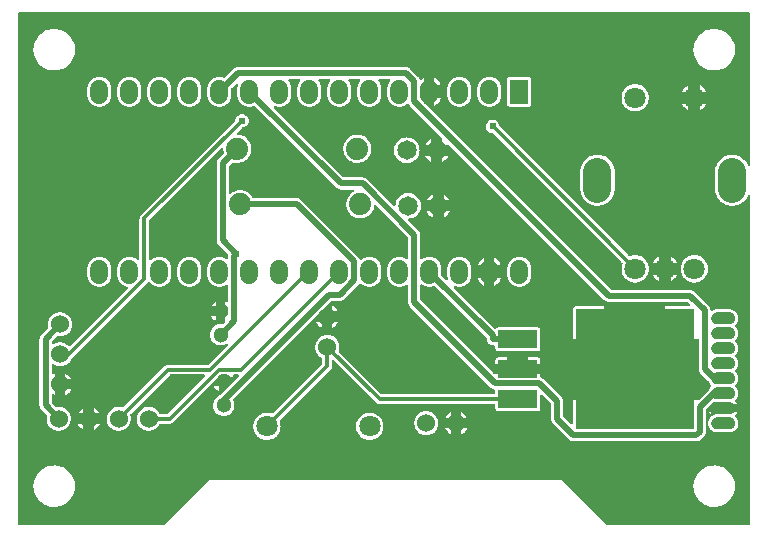
<source format=gbl>
G04 Layer: BottomLayer*
G04 EasyEDA v6.4.31, 2022-02-21 16:35:37*
G04 86a35107d0e148c68cbe8ff221d4d82a,63e7e6c6506342ae886175fa881d857f,10*
G04 Gerber Generator version 0.2*
G04 Scale: 100 percent, Rotated: No, Reflected: No *
G04 Dimensions in millimeters *
G04 leading zeros omitted , absolute positions ,4 integer and 5 decimal *
%FSLAX45Y45*%
%MOMM*%

%ADD11C,0.5000*%
%ADD12C,0.3000*%
%ADD13C,0.6100*%
%ADD16C,1.5240*%
%ADD17C,1.3000*%
%ADD18C,1.8000*%
%ADD19C,1.6510*%
%ADD20C,1.8796*%
%ADD21R,1.5240X2.0320*%
%ADD22C,2.4000*%

%LPD*%
G36*
X5966968Y-6425692D02*
G01*
X5963056Y-6424930D01*
X5959805Y-6422694D01*
X5957570Y-6419443D01*
X5956808Y-6415532D01*
X5956808Y-2093468D01*
X5957570Y-2089556D01*
X5959805Y-2086305D01*
X5963056Y-2084070D01*
X5966968Y-2083307D01*
X12143232Y-2083307D01*
X12147143Y-2084070D01*
X12150394Y-2086305D01*
X12152630Y-2089556D01*
X12153392Y-2093468D01*
X12153392Y-3374237D01*
X12152630Y-3378098D01*
X12150394Y-3381400D01*
X12147143Y-3383584D01*
X12143232Y-3384397D01*
X12139320Y-3383584D01*
X12136069Y-3381400D01*
X12133834Y-3378098D01*
X12131446Y-3372307D01*
X12123521Y-3357981D01*
X12114072Y-3344621D01*
X12103150Y-3332429D01*
X12090958Y-3321558D01*
X12077598Y-3312058D01*
X12063323Y-3304184D01*
X12048185Y-3297885D01*
X12032488Y-3293364D01*
X12016333Y-3290620D01*
X12000026Y-3289706D01*
X11983669Y-3290620D01*
X11967514Y-3293364D01*
X11951817Y-3297885D01*
X11936679Y-3304184D01*
X11922404Y-3312058D01*
X11909044Y-3321558D01*
X11896852Y-3332429D01*
X11885930Y-3344621D01*
X11876481Y-3357981D01*
X11868556Y-3372307D01*
X11862308Y-3387445D01*
X11857786Y-3403142D01*
X11855043Y-3419297D01*
X11854078Y-3435908D01*
X11854078Y-3575304D01*
X11855043Y-3591966D01*
X11857786Y-3608070D01*
X11862308Y-3623767D01*
X11868556Y-3638905D01*
X11876481Y-3653231D01*
X11885930Y-3666591D01*
X11896852Y-3678783D01*
X11909044Y-3689654D01*
X11922404Y-3699154D01*
X11936679Y-3707028D01*
X11951817Y-3713327D01*
X11967514Y-3717848D01*
X11983669Y-3720592D01*
X12000026Y-3721506D01*
X12016333Y-3720592D01*
X12032488Y-3717848D01*
X12048185Y-3713327D01*
X12063323Y-3707028D01*
X12077598Y-3699154D01*
X12090958Y-3689654D01*
X12103150Y-3678783D01*
X12114072Y-3666591D01*
X12123521Y-3653231D01*
X12131446Y-3638905D01*
X12133834Y-3633114D01*
X12136069Y-3629812D01*
X12139320Y-3627628D01*
X12143232Y-3626815D01*
X12147143Y-3627628D01*
X12150394Y-3629812D01*
X12152630Y-3633114D01*
X12153392Y-3636975D01*
X12153392Y-6415532D01*
X12152630Y-6419443D01*
X12150394Y-6422694D01*
X12147143Y-6424930D01*
X12143232Y-6425692D01*
X10949178Y-6425692D01*
X10946180Y-6425234D01*
X10943437Y-6423914D01*
X10939881Y-6420154D01*
X10572292Y-6052566D01*
X10569397Y-6050076D01*
X10562945Y-6046520D01*
X10557560Y-6044996D01*
X10553293Y-6044692D01*
X7582306Y-6044692D01*
X7578496Y-6044996D01*
X7571435Y-6047028D01*
X7566558Y-6049772D01*
X7563307Y-6052566D01*
X7193127Y-6422694D01*
X7189825Y-6424930D01*
X7185964Y-6425692D01*
G37*

%LPC*%
G36*
X11853621Y-6271818D02*
G01*
X11871706Y-6270447D01*
X11889486Y-6267196D01*
X11906910Y-6262116D01*
X11923674Y-6255308D01*
X11939625Y-6246774D01*
X11954662Y-6236665D01*
X11968581Y-6225082D01*
X11981230Y-6212128D01*
X11992457Y-6197904D01*
X12002160Y-6182614D01*
X12010288Y-6166459D01*
X12016638Y-6149492D01*
X12021261Y-6131966D01*
X12024055Y-6114084D01*
X12024969Y-6096000D01*
X12024055Y-6077915D01*
X12021261Y-6060033D01*
X12016638Y-6042507D01*
X12010288Y-6025540D01*
X12002160Y-6009386D01*
X11992457Y-5994095D01*
X11981230Y-5979871D01*
X11968581Y-5966917D01*
X11954662Y-5955334D01*
X11939625Y-5945225D01*
X11923674Y-5936691D01*
X11906910Y-5929884D01*
X11889486Y-5924804D01*
X11871706Y-5921552D01*
X11853621Y-5920181D01*
X11835536Y-5920638D01*
X11817553Y-5922975D01*
X11799925Y-5927090D01*
X11782856Y-5933084D01*
X11766448Y-5940755D01*
X11750903Y-5950051D01*
X11736425Y-5960922D01*
X11723116Y-5973216D01*
X11711178Y-5986830D01*
X11700662Y-6001613D01*
X11691772Y-6017361D01*
X11684508Y-6033973D01*
X11679021Y-6051194D01*
X11675313Y-6068923D01*
X11673433Y-6086957D01*
X11673433Y-6105042D01*
X11675313Y-6123076D01*
X11679021Y-6140805D01*
X11684508Y-6158026D01*
X11691772Y-6174638D01*
X11700662Y-6190386D01*
X11711178Y-6205169D01*
X11723116Y-6218783D01*
X11736425Y-6231077D01*
X11750903Y-6241948D01*
X11766448Y-6251244D01*
X11782856Y-6258915D01*
X11799925Y-6264910D01*
X11817553Y-6269024D01*
X11835536Y-6271361D01*
G37*
G36*
X6265621Y-6271818D02*
G01*
X6283706Y-6270447D01*
X6301486Y-6267196D01*
X6318910Y-6262116D01*
X6335674Y-6255308D01*
X6351625Y-6246774D01*
X6366662Y-6236665D01*
X6380581Y-6225082D01*
X6393230Y-6212128D01*
X6404457Y-6197904D01*
X6414160Y-6182614D01*
X6422288Y-6166459D01*
X6428638Y-6149492D01*
X6433261Y-6131966D01*
X6436055Y-6114084D01*
X6436969Y-6096000D01*
X6436055Y-6077915D01*
X6433261Y-6060033D01*
X6428638Y-6042507D01*
X6422288Y-6025540D01*
X6414160Y-6009386D01*
X6404457Y-5994095D01*
X6393230Y-5979871D01*
X6380581Y-5966917D01*
X6366662Y-5955334D01*
X6351625Y-5945225D01*
X6335674Y-5936691D01*
X6318910Y-5929884D01*
X6301486Y-5924804D01*
X6283706Y-5921552D01*
X6265621Y-5920181D01*
X6247536Y-5920638D01*
X6229553Y-5922975D01*
X6211925Y-5927090D01*
X6194856Y-5933084D01*
X6178448Y-5940755D01*
X6162903Y-5950051D01*
X6148425Y-5960922D01*
X6135116Y-5973216D01*
X6123178Y-5986830D01*
X6112662Y-6001613D01*
X6103772Y-6017361D01*
X6096508Y-6033973D01*
X6091021Y-6051194D01*
X6087313Y-6068923D01*
X6085433Y-6086957D01*
X6085433Y-6105042D01*
X6087313Y-6123076D01*
X6091021Y-6140805D01*
X6096508Y-6158026D01*
X6103772Y-6174638D01*
X6112662Y-6190386D01*
X6123178Y-6205169D01*
X6135116Y-6218783D01*
X6148425Y-6231077D01*
X6162903Y-6241948D01*
X6178448Y-6251244D01*
X6194856Y-6258915D01*
X6211925Y-6264910D01*
X6229553Y-6269024D01*
X6247536Y-6271361D01*
G37*
G36*
X10656214Y-5715914D02*
G01*
X11697970Y-5715914D01*
X11702592Y-5715711D01*
X11707012Y-5715152D01*
X11711330Y-5714187D01*
X11715597Y-5712866D01*
X11719661Y-5711139D01*
X11723624Y-5709107D01*
X11727383Y-5706719D01*
X11730888Y-5704027D01*
X11734342Y-5700877D01*
X11761419Y-5673801D01*
X11764568Y-5670346D01*
X11767261Y-5666841D01*
X11769648Y-5663082D01*
X11771680Y-5659120D01*
X11773408Y-5655056D01*
X11774728Y-5650788D01*
X11775694Y-5646470D01*
X11776252Y-5642051D01*
X11776456Y-5637428D01*
X11776456Y-5453329D01*
X11777218Y-5449417D01*
X11779453Y-5446166D01*
X11841378Y-5384190D01*
X11844274Y-5382158D01*
X11847728Y-5381244D01*
X11851284Y-5381599D01*
X11857431Y-5383326D01*
X11862968Y-5384393D01*
X11866727Y-5384850D01*
X11874804Y-5385308D01*
X11921439Y-5385308D01*
X11925350Y-5386070D01*
X11928602Y-5388305D01*
X11930837Y-5391556D01*
X11931599Y-5395468D01*
X11931599Y-5403850D01*
X12045848Y-5403850D01*
X12041835Y-5396179D01*
X12039752Y-5392826D01*
X12033961Y-5385308D01*
X12028017Y-5379212D01*
X12025884Y-5375910D01*
X12025122Y-5372100D01*
X12025884Y-5368290D01*
X12028017Y-5364988D01*
X12033961Y-5358892D01*
X12039752Y-5351373D01*
X12044629Y-5342991D01*
X12046305Y-5339435D01*
X12049556Y-5330494D01*
X12051030Y-5324957D01*
X12052452Y-5315305D01*
X12052706Y-5311495D01*
X12052706Y-5305704D01*
X12052452Y-5301894D01*
X12051030Y-5292242D01*
X12049556Y-5286705D01*
X12046305Y-5277764D01*
X12044629Y-5274208D01*
X12039752Y-5265826D01*
X12033961Y-5258308D01*
X12028017Y-5252212D01*
X12025884Y-5248910D01*
X12025122Y-5245100D01*
X12025884Y-5241290D01*
X12028017Y-5237988D01*
X12033961Y-5231892D01*
X12039752Y-5224373D01*
X12044629Y-5215991D01*
X12046305Y-5212435D01*
X12049556Y-5203494D01*
X12051030Y-5197957D01*
X12052452Y-5188305D01*
X12052706Y-5184495D01*
X12052706Y-5178704D01*
X12052452Y-5174894D01*
X12051030Y-5165242D01*
X12049556Y-5159705D01*
X12046305Y-5150764D01*
X12044629Y-5147208D01*
X12039752Y-5138826D01*
X12033961Y-5131308D01*
X12028017Y-5125212D01*
X12025884Y-5121910D01*
X12025122Y-5118100D01*
X12025884Y-5114290D01*
X12028017Y-5110988D01*
X12033961Y-5104892D01*
X12039752Y-5097373D01*
X12044629Y-5088991D01*
X12046305Y-5085435D01*
X12049556Y-5076494D01*
X12051030Y-5070957D01*
X12052452Y-5061305D01*
X12052706Y-5057495D01*
X12052706Y-5051704D01*
X12052452Y-5047894D01*
X12051030Y-5038242D01*
X12049556Y-5032705D01*
X12046305Y-5023764D01*
X12044629Y-5020208D01*
X12039752Y-5011826D01*
X12033961Y-5004308D01*
X12028017Y-4998212D01*
X12025884Y-4994910D01*
X12025122Y-4991100D01*
X12025884Y-4987290D01*
X12028017Y-4983988D01*
X12033961Y-4977892D01*
X12039752Y-4970373D01*
X12044629Y-4961991D01*
X12046305Y-4958435D01*
X12049556Y-4949494D01*
X12051030Y-4943957D01*
X12052452Y-4934305D01*
X12052706Y-4930495D01*
X12052706Y-4924704D01*
X12052452Y-4920894D01*
X12051030Y-4911242D01*
X12049556Y-4905705D01*
X12046305Y-4896764D01*
X12044629Y-4893208D01*
X12039752Y-4884826D01*
X12033961Y-4877308D01*
X12028017Y-4871212D01*
X12025884Y-4867910D01*
X12025122Y-4864100D01*
X12025884Y-4860290D01*
X12028017Y-4856988D01*
X12033961Y-4850892D01*
X12039752Y-4843373D01*
X12044629Y-4834991D01*
X12046305Y-4831435D01*
X12049556Y-4822494D01*
X12051030Y-4816957D01*
X12052452Y-4807305D01*
X12052706Y-4803495D01*
X12052706Y-4797704D01*
X12052452Y-4793894D01*
X12051030Y-4784242D01*
X12049556Y-4778705D01*
X12046305Y-4769764D01*
X12044629Y-4766208D01*
X12039752Y-4757826D01*
X12033961Y-4750308D01*
X12028017Y-4744212D01*
X12025884Y-4740910D01*
X12025122Y-4737100D01*
X12025884Y-4733290D01*
X12028017Y-4729988D01*
X12033961Y-4723892D01*
X12039752Y-4716373D01*
X12044629Y-4707991D01*
X12046305Y-4704435D01*
X12049556Y-4695494D01*
X12051030Y-4689957D01*
X12052452Y-4680305D01*
X12052706Y-4676495D01*
X12052706Y-4670704D01*
X12052452Y-4666894D01*
X12051030Y-4657242D01*
X12049556Y-4651705D01*
X12046305Y-4642764D01*
X12044629Y-4639208D01*
X12039752Y-4630826D01*
X12036348Y-4626203D01*
X12033910Y-4623257D01*
X12029948Y-4619040D01*
X12027154Y-4616399D01*
X12022734Y-4612741D01*
X12019635Y-4610455D01*
X12011304Y-4605477D01*
X12006072Y-4603038D01*
X12002414Y-4601616D01*
X11996978Y-4599838D01*
X11993270Y-4598873D01*
X11987631Y-4597806D01*
X11983872Y-4597349D01*
X11975795Y-4596892D01*
X11874804Y-4596892D01*
X11866727Y-4597349D01*
X11862968Y-4597806D01*
X11857329Y-4598873D01*
X11853621Y-4599838D01*
X11844477Y-4603038D01*
X11839397Y-4605477D01*
X11833707Y-4608728D01*
X11830100Y-4609998D01*
X11826240Y-4609846D01*
X11822734Y-4608220D01*
X11820093Y-4605426D01*
X11818620Y-4601870D01*
X11817248Y-4594707D01*
X11815978Y-4590643D01*
X11814302Y-4586528D01*
X11812219Y-4582617D01*
X11809831Y-4578858D01*
X11807139Y-4575302D01*
X11803989Y-4571898D01*
X11679428Y-4447336D01*
X11676024Y-4444187D01*
X11672468Y-4441494D01*
X11668709Y-4439107D01*
X11664797Y-4437024D01*
X11660682Y-4435348D01*
X11656466Y-4434027D01*
X11652097Y-4433062D01*
X11647728Y-4432452D01*
X11643055Y-4432249D01*
X10980166Y-4432249D01*
X10976254Y-4431487D01*
X10973003Y-4429302D01*
X9394647Y-2850946D01*
X9392412Y-2847644D01*
X9391650Y-2843733D01*
X9391650Y-2813050D01*
X9370161Y-2813050D01*
X9366300Y-2812288D01*
X9362998Y-2810052D01*
X9360763Y-2806801D01*
X9360001Y-2802890D01*
X9360001Y-2708910D01*
X9360763Y-2704998D01*
X9362998Y-2701747D01*
X9366300Y-2699512D01*
X9370161Y-2698750D01*
X9391650Y-2698750D01*
X9391650Y-2638856D01*
X9385046Y-2642108D01*
X9373971Y-2649524D01*
X9372346Y-2650947D01*
X9369044Y-2652877D01*
X9365234Y-2653436D01*
X9361525Y-2652572D01*
X9358376Y-2650388D01*
X9356242Y-2647188D01*
X9353194Y-2640787D01*
X9350806Y-2637028D01*
X9348114Y-2633472D01*
X9344964Y-2630068D01*
X9277096Y-2562199D01*
X9273692Y-2559050D01*
X9270136Y-2556357D01*
X9266377Y-2553970D01*
X9262465Y-2551938D01*
X9258350Y-2550210D01*
X9254134Y-2548890D01*
X9249765Y-2547924D01*
X9245396Y-2547366D01*
X9240723Y-2547162D01*
X7816138Y-2547162D01*
X7811516Y-2547366D01*
X7807096Y-2547924D01*
X7802778Y-2548890D01*
X7798511Y-2550210D01*
X7794447Y-2551938D01*
X7790484Y-2553970D01*
X7786725Y-2556357D01*
X7783220Y-2559050D01*
X7779766Y-2562199D01*
X7708087Y-2633929D01*
X7704988Y-2636012D01*
X7701330Y-2636875D01*
X7697622Y-2636367D01*
X7684516Y-2631897D01*
X7671409Y-2629306D01*
X7658100Y-2628392D01*
X7644790Y-2629306D01*
X7631684Y-2631897D01*
X7619034Y-2636164D01*
X7607046Y-2642108D01*
X7595971Y-2649524D01*
X7585913Y-2658313D01*
X7577124Y-2668371D01*
X7569708Y-2679446D01*
X7563764Y-2691434D01*
X7559497Y-2704084D01*
X7556906Y-2717190D01*
X7555992Y-2730855D01*
X7555992Y-2780944D01*
X7556906Y-2794609D01*
X7559497Y-2807716D01*
X7563764Y-2820365D01*
X7569708Y-2832354D01*
X7577124Y-2843428D01*
X7585913Y-2853486D01*
X7595971Y-2862275D01*
X7607046Y-2869692D01*
X7619034Y-2875635D01*
X7631684Y-2879902D01*
X7644790Y-2882493D01*
X7658100Y-2883408D01*
X7671409Y-2882493D01*
X7684516Y-2879902D01*
X7697165Y-2875635D01*
X7709153Y-2869692D01*
X7720228Y-2862275D01*
X7730286Y-2853486D01*
X7739075Y-2843428D01*
X7746492Y-2832354D01*
X7752435Y-2820365D01*
X7756702Y-2807716D01*
X7759293Y-2794609D01*
X7760208Y-2780944D01*
X7760208Y-2730703D01*
X7760817Y-2726436D01*
X7763154Y-2722829D01*
X7798917Y-2687066D01*
X7802727Y-2684678D01*
X7807198Y-2684170D01*
X7811465Y-2685643D01*
X7814665Y-2688793D01*
X7816189Y-2693060D01*
X7815732Y-2697530D01*
X7813497Y-2704084D01*
X7810906Y-2717190D01*
X7809992Y-2730855D01*
X7809992Y-2780944D01*
X7810906Y-2794609D01*
X7813497Y-2807716D01*
X7817764Y-2820365D01*
X7823708Y-2832354D01*
X7831124Y-2843428D01*
X7839913Y-2853486D01*
X7849971Y-2862275D01*
X7861046Y-2869692D01*
X7873034Y-2875635D01*
X7885684Y-2879902D01*
X7898790Y-2882493D01*
X7912100Y-2883408D01*
X7925409Y-2882493D01*
X7938516Y-2879902D01*
X7951622Y-2875432D01*
X7955330Y-2874924D01*
X7958988Y-2875788D01*
X7962087Y-2877870D01*
X8652814Y-3568649D01*
X8656269Y-3571798D01*
X8659774Y-3574491D01*
X8663533Y-3576878D01*
X8667496Y-3578910D01*
X8671560Y-3580637D01*
X8675827Y-3581958D01*
X8680145Y-3582924D01*
X8684564Y-3583482D01*
X8689187Y-3583686D01*
X8790686Y-3583686D01*
X8795004Y-3584651D01*
X8798458Y-3587343D01*
X8800490Y-3591204D01*
X8800693Y-3595624D01*
X8799017Y-3599687D01*
X8795766Y-3602634D01*
X8785707Y-3608476D01*
X8773922Y-3617366D01*
X8763304Y-3627628D01*
X8754059Y-3639159D01*
X8746286Y-3651707D01*
X8740140Y-3665118D01*
X8735669Y-3679139D01*
X8732926Y-3693668D01*
X8732012Y-3708400D01*
X8732926Y-3723132D01*
X8735669Y-3737660D01*
X8740140Y-3751681D01*
X8746286Y-3765092D01*
X8754059Y-3777640D01*
X8763304Y-3789172D01*
X8773922Y-3799433D01*
X8785707Y-3808323D01*
X8798458Y-3815689D01*
X8812072Y-3821429D01*
X8826246Y-3825494D01*
X8840825Y-3827779D01*
X8855608Y-3828237D01*
X8870289Y-3826865D01*
X8884716Y-3823715D01*
X8898636Y-3818788D01*
X8911844Y-3812184D01*
X8924137Y-3804056D01*
X8935364Y-3794455D01*
X8945270Y-3783533D01*
X8953804Y-3771493D01*
X8960815Y-3758488D01*
X8966149Y-3744722D01*
X8969705Y-3730447D01*
X8970619Y-3723284D01*
X8972143Y-3719068D01*
X8975344Y-3715918D01*
X8979611Y-3714445D01*
X8984081Y-3714953D01*
X8987891Y-3717340D01*
X9255201Y-3984701D01*
X9257436Y-3988003D01*
X9258198Y-3991864D01*
X9258198Y-4163822D01*
X9257284Y-4168089D01*
X9254642Y-4171543D01*
X9250781Y-4173575D01*
X9246463Y-4173829D01*
X9242399Y-4172254D01*
X9233154Y-4166108D01*
X9221165Y-4160164D01*
X9208516Y-4155897D01*
X9195409Y-4153306D01*
X9182100Y-4152392D01*
X9168790Y-4153306D01*
X9155684Y-4155897D01*
X9143034Y-4160164D01*
X9131046Y-4166108D01*
X9119971Y-4173524D01*
X9109913Y-4182313D01*
X9101124Y-4192371D01*
X9093708Y-4203446D01*
X9087764Y-4215434D01*
X9083497Y-4228084D01*
X9080906Y-4241190D01*
X9079992Y-4254855D01*
X9079992Y-4304944D01*
X9080906Y-4318609D01*
X9083497Y-4331716D01*
X9087764Y-4344365D01*
X9093708Y-4356354D01*
X9101124Y-4367428D01*
X9109913Y-4377486D01*
X9119971Y-4386275D01*
X9131046Y-4393692D01*
X9143034Y-4399635D01*
X9155684Y-4403902D01*
X9168790Y-4406493D01*
X9182100Y-4407408D01*
X9195409Y-4406493D01*
X9208516Y-4403902D01*
X9221165Y-4399635D01*
X9233154Y-4393692D01*
X9242399Y-4387545D01*
X9246463Y-4385970D01*
X9250781Y-4386224D01*
X9254642Y-4388256D01*
X9257284Y-4391710D01*
X9258198Y-4395978D01*
X9258198Y-4539081D01*
X9258401Y-4543755D01*
X9258960Y-4548124D01*
X9259925Y-4552492D01*
X9261246Y-4556709D01*
X9262973Y-4560824D01*
X9265005Y-4564735D01*
X9267393Y-4568494D01*
X9270085Y-4572050D01*
X9273235Y-4575454D01*
X9959746Y-5261965D01*
X9963150Y-5265115D01*
X9966706Y-5267807D01*
X9970465Y-5270195D01*
X9974376Y-5272227D01*
X9978491Y-5273954D01*
X9982708Y-5275275D01*
X9986619Y-5276138D01*
X9989820Y-5277408D01*
X9992360Y-5279694D01*
X9994036Y-5282692D01*
X9994595Y-5286044D01*
X9994595Y-5308346D01*
X9993833Y-5312206D01*
X9991648Y-5315508D01*
X9988346Y-5317744D01*
X9984435Y-5318506D01*
X9038132Y-5318506D01*
X9034272Y-5317744D01*
X9030970Y-5315508D01*
X8672068Y-4956606D01*
X8669883Y-4953406D01*
X8669070Y-4949596D01*
X8673185Y-4931867D01*
X8674506Y-4918303D01*
X8674049Y-4904689D01*
X8671814Y-4891227D01*
X8667750Y-4878222D01*
X8662009Y-4865827D01*
X8654694Y-4854346D01*
X8645906Y-4843932D01*
X8635746Y-4834788D01*
X8624519Y-4827066D01*
X8612378Y-4820920D01*
X8599474Y-4816449D01*
X8586114Y-4813706D01*
X8572500Y-4812792D01*
X8558885Y-4813706D01*
X8545525Y-4816449D01*
X8532622Y-4820920D01*
X8520480Y-4827066D01*
X8509254Y-4834788D01*
X8499094Y-4843932D01*
X8490305Y-4854346D01*
X8482990Y-4865827D01*
X8477250Y-4878222D01*
X8473186Y-4891227D01*
X8470950Y-4904689D01*
X8470493Y-4918303D01*
X8471814Y-4931867D01*
X8475014Y-4945126D01*
X8479891Y-4957876D01*
X8486444Y-4969814D01*
X8494522Y-4980787D01*
X8504021Y-4990592D01*
X8514740Y-4999075D01*
X8526627Y-5006086D01*
X8529269Y-5008372D01*
X8530996Y-5011420D01*
X8531606Y-5014823D01*
X8531606Y-5055666D01*
X8530844Y-5059527D01*
X8528608Y-5062829D01*
X8113674Y-5477764D01*
X8110423Y-5479948D01*
X8106613Y-5480761D01*
X8102752Y-5479999D01*
X8097113Y-5477764D01*
X8082991Y-5474157D01*
X8068564Y-5472328D01*
X8054035Y-5472328D01*
X8039557Y-5474157D01*
X8025485Y-5477764D01*
X8011972Y-5483148D01*
X7999222Y-5490159D01*
X7987436Y-5498693D01*
X7976819Y-5508650D01*
X7967522Y-5519877D01*
X7959750Y-5532170D01*
X7953552Y-5545328D01*
X7949031Y-5559196D01*
X7946339Y-5573471D01*
X7945424Y-5588000D01*
X7946339Y-5602528D01*
X7949031Y-5616803D01*
X7953552Y-5630672D01*
X7959750Y-5643829D01*
X7967522Y-5656122D01*
X7976819Y-5667349D01*
X7987436Y-5677306D01*
X7999222Y-5685840D01*
X8011972Y-5692851D01*
X8025485Y-5698236D01*
X8039557Y-5701842D01*
X8054035Y-5703671D01*
X8068564Y-5703671D01*
X8082991Y-5701842D01*
X8097113Y-5698236D01*
X8110626Y-5692851D01*
X8123377Y-5685840D01*
X8135162Y-5677306D01*
X8145780Y-5667349D01*
X8155025Y-5656122D01*
X8162848Y-5643829D01*
X8169046Y-5630672D01*
X8173516Y-5616803D01*
X8176259Y-5602528D01*
X8177174Y-5588000D01*
X8176259Y-5573471D01*
X8173516Y-5559196D01*
X8169198Y-5545785D01*
X8168690Y-5542127D01*
X8169554Y-5538520D01*
X8171688Y-5535472D01*
X8601049Y-5106060D01*
X8606485Y-5099507D01*
X8610244Y-5092446D01*
X8612581Y-5084775D01*
X8613394Y-5076291D01*
X8613394Y-5038191D01*
X8614206Y-5034280D01*
X8616391Y-5031028D01*
X8619693Y-5028793D01*
X8623554Y-5028031D01*
X8627465Y-5028793D01*
X8630767Y-5031028D01*
X8987739Y-5387949D01*
X8994292Y-5393385D01*
X9001353Y-5397144D01*
X9009024Y-5399481D01*
X9017508Y-5400294D01*
X9984435Y-5400294D01*
X9988346Y-5401106D01*
X9991648Y-5403291D01*
X9993833Y-5406593D01*
X9994595Y-5410454D01*
X9994595Y-5434380D01*
X9995306Y-5440680D01*
X9997236Y-5446166D01*
X10000284Y-5451043D01*
X10004399Y-5455158D01*
X10009276Y-5458256D01*
X10014762Y-5460136D01*
X10021062Y-5460847D01*
X10349941Y-5460847D01*
X10356240Y-5460136D01*
X10361726Y-5458256D01*
X10366603Y-5455158D01*
X10370718Y-5451043D01*
X10373817Y-5446166D01*
X10375696Y-5440680D01*
X10376408Y-5434380D01*
X10376408Y-5330748D01*
X10377170Y-5326837D01*
X10379405Y-5323535D01*
X10382707Y-5321350D01*
X10386568Y-5320588D01*
X10390479Y-5321350D01*
X10393781Y-5323535D01*
X10465409Y-5395214D01*
X10467594Y-5398465D01*
X10468356Y-5402376D01*
X10468356Y-5528106D01*
X10468559Y-5532729D01*
X10469168Y-5537149D01*
X10470134Y-5541467D01*
X10471454Y-5545734D01*
X10473131Y-5549798D01*
X10475214Y-5553760D01*
X10477601Y-5557520D01*
X10480294Y-5561025D01*
X10483443Y-5564479D01*
X10619841Y-5700877D01*
X10623245Y-5704027D01*
X10626801Y-5706719D01*
X10630560Y-5709107D01*
X10634472Y-5711139D01*
X10638586Y-5712866D01*
X10642803Y-5714187D01*
X10647172Y-5715152D01*
X10651540Y-5715711D01*
G37*
G36*
X8924036Y-5703671D02*
G01*
X8938564Y-5703671D01*
X8953042Y-5701842D01*
X8967114Y-5698236D01*
X8980627Y-5692851D01*
X8993378Y-5685840D01*
X9005163Y-5677306D01*
X9015780Y-5667349D01*
X9025077Y-5656122D01*
X9032849Y-5643829D01*
X9039047Y-5630672D01*
X9043568Y-5616803D01*
X9046260Y-5602528D01*
X9047175Y-5588000D01*
X9046260Y-5573471D01*
X9043568Y-5559196D01*
X9039047Y-5545328D01*
X9032849Y-5532170D01*
X9025077Y-5519877D01*
X9015780Y-5508650D01*
X9005163Y-5498693D01*
X8993378Y-5490159D01*
X8980627Y-5483148D01*
X8967114Y-5477764D01*
X8953042Y-5474157D01*
X8938564Y-5472328D01*
X8924036Y-5472328D01*
X8909608Y-5474157D01*
X8895486Y-5477764D01*
X8881973Y-5483148D01*
X8869222Y-5490159D01*
X8857437Y-5498693D01*
X8846820Y-5508650D01*
X8837574Y-5519877D01*
X8829751Y-5532170D01*
X8823553Y-5545328D01*
X8819083Y-5559196D01*
X8816340Y-5573471D01*
X8815425Y-5588000D01*
X8816340Y-5602528D01*
X8819083Y-5616803D01*
X8823553Y-5630672D01*
X8829751Y-5643829D01*
X8837574Y-5656122D01*
X8846820Y-5667349D01*
X8857437Y-5677306D01*
X8869222Y-5685840D01*
X8881973Y-5692851D01*
X8895486Y-5698236D01*
X8909608Y-5701842D01*
G37*
G36*
X9410700Y-5664708D02*
G01*
X9424314Y-5663793D01*
X9437674Y-5661050D01*
X9450578Y-5656580D01*
X9462719Y-5650433D01*
X9473946Y-5642711D01*
X9484106Y-5633567D01*
X9492894Y-5623153D01*
X9500209Y-5611672D01*
X9505950Y-5599277D01*
X9510014Y-5586272D01*
X9512249Y-5572810D01*
X9512706Y-5559196D01*
X9511385Y-5545632D01*
X9508185Y-5532374D01*
X9503308Y-5519623D01*
X9496755Y-5507685D01*
X9488678Y-5496712D01*
X9479178Y-5486908D01*
X9468459Y-5478424D01*
X9456724Y-5471464D01*
X9444177Y-5466181D01*
X9431020Y-5462574D01*
X9417507Y-5460746D01*
X9403892Y-5460746D01*
X9390380Y-5462574D01*
X9377222Y-5466181D01*
X9364675Y-5471464D01*
X9352940Y-5478424D01*
X9342221Y-5486908D01*
X9332722Y-5496712D01*
X9324644Y-5507685D01*
X9318091Y-5519623D01*
X9313214Y-5532374D01*
X9310014Y-5545632D01*
X9308693Y-5559196D01*
X9309150Y-5572810D01*
X9311386Y-5586272D01*
X9315450Y-5599277D01*
X9321190Y-5611672D01*
X9328505Y-5623153D01*
X9337294Y-5633567D01*
X9347454Y-5642711D01*
X9358680Y-5650433D01*
X9370822Y-5656580D01*
X9383725Y-5661050D01*
X9397085Y-5663793D01*
G37*
G36*
X9620250Y-5654243D02*
G01*
X9620250Y-5607050D01*
X9573056Y-5607050D01*
X9575190Y-5611672D01*
X9582505Y-5623153D01*
X9591294Y-5633567D01*
X9601454Y-5642711D01*
X9612680Y-5650433D01*
G37*
G36*
X9709150Y-5654243D02*
G01*
X9716719Y-5650433D01*
X9727946Y-5642711D01*
X9738106Y-5633567D01*
X9746894Y-5623153D01*
X9754209Y-5611672D01*
X9756343Y-5607050D01*
X9709150Y-5607050D01*
G37*
G36*
X11874804Y-5639308D02*
G01*
X11975795Y-5639308D01*
X11983872Y-5638850D01*
X11987631Y-5638393D01*
X11993270Y-5637326D01*
X11997080Y-5636310D01*
X12005970Y-5633161D01*
X12011202Y-5630773D01*
X12014809Y-5628792D01*
X12019635Y-5625744D01*
X12022734Y-5623458D01*
X12027154Y-5619800D01*
X12029948Y-5617159D01*
X12033910Y-5612942D01*
X12036348Y-5609996D01*
X12039752Y-5605373D01*
X12041886Y-5601970D01*
X12046305Y-5593435D01*
X12048388Y-5588101D01*
X12051030Y-5578957D01*
X12052452Y-5569305D01*
X12052706Y-5565495D01*
X12052706Y-5559704D01*
X12052452Y-5555894D01*
X12051030Y-5546242D01*
X12049556Y-5540705D01*
X12046305Y-5531764D01*
X12044629Y-5528208D01*
X12039752Y-5519826D01*
X12033961Y-5512308D01*
X12028017Y-5506212D01*
X12025884Y-5502910D01*
X12025122Y-5499100D01*
X12025884Y-5495290D01*
X12028017Y-5491988D01*
X12033961Y-5485892D01*
X12039752Y-5478373D01*
X12041886Y-5474970D01*
X12045848Y-5467350D01*
X11931599Y-5467350D01*
X11931599Y-5475732D01*
X11930837Y-5479643D01*
X11928602Y-5482894D01*
X11925350Y-5485130D01*
X11921439Y-5485892D01*
X11874804Y-5485892D01*
X11866727Y-5486349D01*
X11862968Y-5486806D01*
X11857329Y-5487873D01*
X11853621Y-5488838D01*
X11844477Y-5492038D01*
X11839295Y-5494528D01*
X11832996Y-5498185D01*
X11828932Y-5499658D01*
X11825427Y-5499404D01*
X11824716Y-5502910D01*
X11822582Y-5506212D01*
X11816638Y-5512308D01*
X11810847Y-5519826D01*
X11805970Y-5528208D01*
X11804294Y-5531764D01*
X11801043Y-5540705D01*
X11799570Y-5546242D01*
X11798147Y-5555894D01*
X11797893Y-5559704D01*
X11797893Y-5565495D01*
X11798147Y-5569305D01*
X11799570Y-5578957D01*
X11802211Y-5588101D01*
X11804294Y-5593435D01*
X11808714Y-5601970D01*
X11810847Y-5605373D01*
X11814251Y-5609996D01*
X11816689Y-5612942D01*
X11820652Y-5617159D01*
X11823446Y-5619800D01*
X11827865Y-5623458D01*
X11831015Y-5625744D01*
X11835892Y-5628843D01*
X11844578Y-5633161D01*
X11848084Y-5634532D01*
X11853519Y-5636310D01*
X11857329Y-5637326D01*
X11862968Y-5638393D01*
X11866727Y-5638850D01*
G37*
G36*
X6299200Y-5626608D02*
G01*
X6312814Y-5625693D01*
X6326174Y-5622950D01*
X6339078Y-5618480D01*
X6351219Y-5612333D01*
X6362446Y-5604611D01*
X6372606Y-5595467D01*
X6381394Y-5585053D01*
X6388709Y-5573572D01*
X6394450Y-5561177D01*
X6398514Y-5548172D01*
X6400749Y-5534710D01*
X6401206Y-5521096D01*
X6399885Y-5507532D01*
X6396685Y-5494274D01*
X6391808Y-5481523D01*
X6385255Y-5469585D01*
X6377178Y-5458612D01*
X6367678Y-5448808D01*
X6356959Y-5440324D01*
X6345224Y-5433364D01*
X6332677Y-5428081D01*
X6319520Y-5424474D01*
X6306007Y-5422646D01*
X6292392Y-5422646D01*
X6278524Y-5424576D01*
X6274968Y-5424881D01*
X6271564Y-5423966D01*
X6268618Y-5421934D01*
X6241034Y-5394299D01*
X6238798Y-5391048D01*
X6238036Y-5387136D01*
X6238036Y-5324602D01*
X6239002Y-5320284D01*
X6241745Y-5316778D01*
X6245707Y-5314746D01*
X6250178Y-5314645D01*
X6254242Y-5316423D01*
X6256985Y-5318455D01*
X6267450Y-5324195D01*
X6267450Y-5276850D01*
X6248196Y-5276850D01*
X6244336Y-5276088D01*
X6241034Y-5273852D01*
X6238798Y-5270601D01*
X6238036Y-5266690D01*
X6238036Y-5198110D01*
X6238798Y-5194198D01*
X6241034Y-5190947D01*
X6244336Y-5188712D01*
X6248196Y-5187950D01*
X6267450Y-5187950D01*
X6267450Y-5140604D01*
X6256985Y-5146344D01*
X6254242Y-5148376D01*
X6250178Y-5150154D01*
X6245707Y-5150053D01*
X6241745Y-5148021D01*
X6239002Y-5144516D01*
X6238036Y-5140198D01*
X6238036Y-5070602D01*
X6239002Y-5066284D01*
X6241745Y-5062778D01*
X6245707Y-5060746D01*
X6250178Y-5060645D01*
X6254242Y-5062423D01*
X6256985Y-5064455D01*
X6268923Y-5071008D01*
X6281674Y-5075885D01*
X6294932Y-5079085D01*
X6308496Y-5080406D01*
X6322110Y-5079949D01*
X6335572Y-5077714D01*
X6348577Y-5073650D01*
X6360972Y-5067909D01*
X6372453Y-5060594D01*
X6382867Y-5051806D01*
X6392011Y-5041646D01*
X6399733Y-5030419D01*
X6405880Y-5018278D01*
X6407861Y-5012537D01*
X6409131Y-5010048D01*
X7051649Y-4367580D01*
X7055561Y-4363974D01*
X7059117Y-4362805D01*
X7062876Y-4362958D01*
X7066330Y-4364532D01*
X7069124Y-4367428D01*
X7077913Y-4377486D01*
X7087971Y-4386275D01*
X7099046Y-4393692D01*
X7111034Y-4399635D01*
X7123684Y-4403902D01*
X7136790Y-4406493D01*
X7150100Y-4407408D01*
X7163409Y-4406493D01*
X7176516Y-4403902D01*
X7189165Y-4399635D01*
X7201153Y-4393692D01*
X7212228Y-4386275D01*
X7222286Y-4377486D01*
X7231075Y-4367428D01*
X7238492Y-4356354D01*
X7244435Y-4344365D01*
X7248702Y-4331716D01*
X7251293Y-4318609D01*
X7252208Y-4304944D01*
X7252208Y-4254855D01*
X7251293Y-4241190D01*
X7248702Y-4228084D01*
X7244435Y-4215434D01*
X7238492Y-4203446D01*
X7231075Y-4192371D01*
X7222286Y-4182313D01*
X7212228Y-4173524D01*
X7201153Y-4166108D01*
X7189165Y-4160164D01*
X7176516Y-4155897D01*
X7163409Y-4153306D01*
X7150100Y-4152392D01*
X7136790Y-4153306D01*
X7123684Y-4155897D01*
X7111034Y-4160164D01*
X7099046Y-4166108D01*
X7087971Y-4173524D01*
X7080859Y-4179722D01*
X7077557Y-4181652D01*
X7073747Y-4182211D01*
X7069988Y-4181348D01*
X7066838Y-4179112D01*
X7064756Y-4175861D01*
X7063994Y-4172102D01*
X7063994Y-3849928D01*
X7064806Y-3846017D01*
X7066991Y-3842715D01*
X7673543Y-3236163D01*
X7676743Y-3233978D01*
X7680553Y-3233166D01*
X7684363Y-3233826D01*
X7687614Y-3235858D01*
X7689900Y-3238957D01*
X7690916Y-3242716D01*
X7691526Y-3253232D01*
X7694269Y-3267760D01*
X7695996Y-3273247D01*
X7696453Y-3276904D01*
X7695590Y-3280460D01*
X7693507Y-3283508D01*
X7650022Y-3326993D01*
X7646873Y-3330397D01*
X7644180Y-3333953D01*
X7641793Y-3337712D01*
X7639710Y-3341624D01*
X7638034Y-3345738D01*
X7636713Y-3349955D01*
X7635748Y-3354324D01*
X7635138Y-3358692D01*
X7634935Y-3363366D01*
X7634935Y-4015028D01*
X7635138Y-4019651D01*
X7635748Y-4024071D01*
X7636713Y-4028389D01*
X7638034Y-4032656D01*
X7639710Y-4036720D01*
X7641793Y-4040682D01*
X7644180Y-4044442D01*
X7646873Y-4047947D01*
X7650022Y-4051401D01*
X7732064Y-4133392D01*
X7733893Y-4135932D01*
X7734909Y-4138929D01*
X7734909Y-4142028D01*
X7734401Y-4145737D01*
X7734198Y-4150360D01*
X7734198Y-4163822D01*
X7733284Y-4168089D01*
X7730642Y-4171543D01*
X7726781Y-4173575D01*
X7722463Y-4173829D01*
X7718399Y-4172254D01*
X7709153Y-4166108D01*
X7697165Y-4160164D01*
X7684516Y-4155897D01*
X7671409Y-4153306D01*
X7658100Y-4152392D01*
X7644790Y-4153306D01*
X7631684Y-4155897D01*
X7619034Y-4160164D01*
X7607046Y-4166108D01*
X7595971Y-4173524D01*
X7585913Y-4182313D01*
X7577124Y-4192371D01*
X7569708Y-4203446D01*
X7563764Y-4215434D01*
X7559497Y-4228084D01*
X7556906Y-4241190D01*
X7555992Y-4254855D01*
X7555992Y-4304944D01*
X7556906Y-4318609D01*
X7559497Y-4331716D01*
X7563764Y-4344365D01*
X7569708Y-4356354D01*
X7577124Y-4367428D01*
X7585913Y-4377486D01*
X7595971Y-4386275D01*
X7607046Y-4393692D01*
X7619034Y-4399635D01*
X7631684Y-4403902D01*
X7644790Y-4406493D01*
X7658100Y-4407408D01*
X7671409Y-4406493D01*
X7684516Y-4403902D01*
X7697165Y-4399635D01*
X7709153Y-4393692D01*
X7718399Y-4387545D01*
X7722463Y-4385970D01*
X7726781Y-4386224D01*
X7730642Y-4388256D01*
X7733284Y-4391710D01*
X7734198Y-4395978D01*
X7734198Y-4525822D01*
X7733334Y-4529886D01*
X7730947Y-4533290D01*
X7727391Y-4535424D01*
X7723276Y-4535932D01*
X7719263Y-4534763D01*
X7709662Y-4529683D01*
X7709662Y-4572863D01*
X7724038Y-4572863D01*
X7727899Y-4573625D01*
X7731201Y-4575810D01*
X7733436Y-4579112D01*
X7734198Y-4583023D01*
X7734198Y-4640376D01*
X7733436Y-4644288D01*
X7731201Y-4647590D01*
X7727899Y-4649774D01*
X7724038Y-4650536D01*
X7709662Y-4650536D01*
X7709662Y-4696663D01*
X7708900Y-4700524D01*
X7706664Y-4703826D01*
X7691678Y-4718761D01*
X7688021Y-4721098D01*
X7683804Y-4721707D01*
X7670800Y-4720793D01*
X7658150Y-4721707D01*
X7645755Y-4724349D01*
X7633817Y-4728667D01*
X7622641Y-4734610D01*
X7612380Y-4742078D01*
X7603286Y-4750866D01*
X7595463Y-4760874D01*
X7589113Y-4771847D01*
X7584389Y-4783632D01*
X7581290Y-4795926D01*
X7579969Y-4808524D01*
X7580426Y-4821224D01*
X7582611Y-4833670D01*
X7586522Y-4845761D01*
X7592110Y-4857140D01*
X7599172Y-4867656D01*
X7607655Y-4877054D01*
X7617409Y-4885232D01*
X7628128Y-4891938D01*
X7639710Y-4897120D01*
X7651902Y-4900574D01*
X7664450Y-4902352D01*
X7677150Y-4902352D01*
X7689697Y-4900574D01*
X7701889Y-4897120D01*
X7718450Y-4889855D01*
X7722616Y-4890160D01*
X7726375Y-4892090D01*
X7728966Y-4895392D01*
X7730032Y-4899456D01*
X7729372Y-4903571D01*
X7727086Y-4907076D01*
X7569708Y-5064506D01*
X7566406Y-5066690D01*
X7562494Y-5067452D01*
X7223810Y-5067452D01*
X7215378Y-5068316D01*
X7207707Y-5070602D01*
X7200646Y-5074412D01*
X7194042Y-5079796D01*
X6848856Y-5424982D01*
X6845960Y-5427014D01*
X6842506Y-5427929D01*
X6839000Y-5427624D01*
X6827520Y-5424474D01*
X6814007Y-5422646D01*
X6800392Y-5422646D01*
X6786880Y-5424474D01*
X6773722Y-5428081D01*
X6761175Y-5433364D01*
X6749440Y-5440324D01*
X6738721Y-5448808D01*
X6729222Y-5458612D01*
X6721144Y-5469585D01*
X6714591Y-5481523D01*
X6709714Y-5494274D01*
X6706514Y-5507532D01*
X6705193Y-5521096D01*
X6705650Y-5534710D01*
X6707886Y-5548172D01*
X6711950Y-5561177D01*
X6717690Y-5573572D01*
X6725005Y-5585053D01*
X6733794Y-5595467D01*
X6743953Y-5604611D01*
X6755180Y-5612333D01*
X6767322Y-5618480D01*
X6780225Y-5622950D01*
X6793585Y-5625693D01*
X6807200Y-5626608D01*
X6820814Y-5625693D01*
X6834174Y-5622950D01*
X6847078Y-5618480D01*
X6859219Y-5612333D01*
X6870446Y-5604611D01*
X6880606Y-5595467D01*
X6889394Y-5585053D01*
X6896709Y-5573572D01*
X6902450Y-5561177D01*
X6906514Y-5548172D01*
X6908749Y-5534710D01*
X6909206Y-5521096D01*
X6907885Y-5507532D01*
X6904481Y-5493613D01*
X6903770Y-5489803D01*
X6904583Y-5485993D01*
X6906768Y-5482793D01*
X7237272Y-5152237D01*
X7240574Y-5150053D01*
X7244486Y-5149291D01*
X7531455Y-5149291D01*
X7535367Y-5150053D01*
X7538618Y-5152237D01*
X7540853Y-5155539D01*
X7541615Y-5159451D01*
X7540853Y-5163312D01*
X7538618Y-5166614D01*
X7224674Y-5480608D01*
X7221372Y-5482844D01*
X7217460Y-5483606D01*
X7160971Y-5483606D01*
X7157415Y-5482945D01*
X7154316Y-5481116D01*
X7152030Y-5478322D01*
X7147255Y-5469585D01*
X7139178Y-5458612D01*
X7129678Y-5448808D01*
X7118959Y-5440324D01*
X7107224Y-5433364D01*
X7094677Y-5428081D01*
X7081520Y-5424474D01*
X7068007Y-5422646D01*
X7054392Y-5422646D01*
X7040880Y-5424474D01*
X7027722Y-5428081D01*
X7015175Y-5433364D01*
X7003440Y-5440324D01*
X6992721Y-5448808D01*
X6983222Y-5458612D01*
X6975144Y-5469585D01*
X6968591Y-5481523D01*
X6963714Y-5494274D01*
X6960514Y-5507532D01*
X6959193Y-5521096D01*
X6959650Y-5534710D01*
X6961886Y-5548172D01*
X6965950Y-5561177D01*
X6971690Y-5573572D01*
X6979005Y-5585053D01*
X6987794Y-5595467D01*
X6997953Y-5604611D01*
X7009180Y-5612333D01*
X7021322Y-5618480D01*
X7034225Y-5622950D01*
X7047585Y-5625693D01*
X7061200Y-5626608D01*
X7074814Y-5625693D01*
X7088174Y-5622950D01*
X7101078Y-5618480D01*
X7113219Y-5612333D01*
X7124446Y-5604611D01*
X7134606Y-5595467D01*
X7143394Y-5585053D01*
X7150709Y-5573572D01*
X7151776Y-5571286D01*
X7154011Y-5568188D01*
X7157212Y-5566105D01*
X7160971Y-5565394D01*
X7238136Y-5565394D01*
X7246569Y-5564581D01*
X7254240Y-5562244D01*
X7261301Y-5558485D01*
X7267905Y-5553049D01*
X7648244Y-5172710D01*
X7651546Y-5170525D01*
X7655407Y-5169763D01*
X7657338Y-5169763D01*
X7657338Y-5167833D01*
X7658150Y-5163921D01*
X7660335Y-5160619D01*
X7668666Y-5152288D01*
X7671968Y-5150104D01*
X7675880Y-5149291D01*
X7724902Y-5149291D01*
X7728762Y-5150104D01*
X7732064Y-5152288D01*
X7734300Y-5155590D01*
X7735062Y-5159451D01*
X7735062Y-5169763D01*
X7778292Y-5169763D01*
X7775448Y-5164531D01*
X7774127Y-5160518D01*
X7774584Y-5156301D01*
X7776718Y-5152644D01*
X7780121Y-5150205D01*
X7784236Y-5149291D01*
X7814767Y-5149291D01*
X7818678Y-5150104D01*
X7821980Y-5152288D01*
X7824165Y-5155590D01*
X7824927Y-5159451D01*
X7824165Y-5163362D01*
X7821980Y-5166664D01*
X7744155Y-5244490D01*
X7740853Y-5246674D01*
X7736941Y-5247436D01*
X7735062Y-5247436D01*
X7735062Y-5249367D01*
X7734300Y-5253228D01*
X7732064Y-5256530D01*
X7666786Y-5321808D01*
X7663078Y-5324195D01*
X7659217Y-5325567D01*
X7648041Y-5331510D01*
X7637780Y-5338978D01*
X7628686Y-5347766D01*
X7620863Y-5357774D01*
X7614513Y-5368747D01*
X7609789Y-5380532D01*
X7606690Y-5392826D01*
X7605369Y-5405424D01*
X7605826Y-5418124D01*
X7608011Y-5430570D01*
X7611922Y-5442661D01*
X7617510Y-5454040D01*
X7624572Y-5464556D01*
X7633055Y-5473954D01*
X7642809Y-5482132D01*
X7653528Y-5488838D01*
X7665110Y-5494020D01*
X7677302Y-5497474D01*
X7689850Y-5499252D01*
X7702550Y-5499252D01*
X7715097Y-5497474D01*
X7727289Y-5494020D01*
X7738872Y-5488838D01*
X7749641Y-5482132D01*
X7759344Y-5473954D01*
X7767828Y-5464556D01*
X7774889Y-5454040D01*
X7780477Y-5442661D01*
X7784388Y-5430570D01*
X7786573Y-5418124D01*
X7787030Y-5405424D01*
X7785709Y-5392826D01*
X7782661Y-5380532D01*
X7777886Y-5368747D01*
X7776667Y-5366613D01*
X7775346Y-5362397D01*
X7775905Y-5358028D01*
X7778242Y-5354320D01*
X8513165Y-4619447D01*
X8516467Y-4617212D01*
X8520379Y-4616450D01*
X8528050Y-4616450D01*
X8528050Y-4608779D01*
X8528812Y-4604867D01*
X8531047Y-4601565D01*
X8605164Y-4527448D01*
X8608466Y-4525213D01*
X8612327Y-4524451D01*
X8680500Y-4524451D01*
X8685123Y-4524248D01*
X8689543Y-4523689D01*
X8693861Y-4522724D01*
X8698128Y-4521403D01*
X8702192Y-4519676D01*
X8706154Y-4517644D01*
X8709914Y-4515256D01*
X8713419Y-4512564D01*
X8716873Y-4509414D01*
X8836964Y-4389323D01*
X8840063Y-4385919D01*
X8843518Y-4381246D01*
X8846667Y-4378452D01*
X8850630Y-4377182D01*
X8854744Y-4377588D01*
X8858402Y-4379671D01*
X8865971Y-4386275D01*
X8877046Y-4393692D01*
X8889034Y-4399635D01*
X8901684Y-4403902D01*
X8914790Y-4406493D01*
X8928100Y-4407408D01*
X8941409Y-4406493D01*
X8954516Y-4403902D01*
X8967165Y-4399635D01*
X8979154Y-4393692D01*
X8990228Y-4386275D01*
X9000286Y-4377486D01*
X9009075Y-4367428D01*
X9016492Y-4356354D01*
X9022435Y-4344365D01*
X9026702Y-4331716D01*
X9029293Y-4318609D01*
X9030208Y-4304944D01*
X9030208Y-4254855D01*
X9029293Y-4241190D01*
X9026702Y-4228084D01*
X9022435Y-4215434D01*
X9016492Y-4203446D01*
X9009075Y-4192371D01*
X9000286Y-4182313D01*
X8990228Y-4173524D01*
X8979154Y-4166108D01*
X8967165Y-4160164D01*
X8954516Y-4155897D01*
X8941409Y-4153306D01*
X8928100Y-4152392D01*
X8914790Y-4153306D01*
X8901684Y-4155897D01*
X8889034Y-4160164D01*
X8877046Y-4166108D01*
X8865971Y-4173524D01*
X8863584Y-4175607D01*
X8860383Y-4177487D01*
X8856776Y-4178147D01*
X8853119Y-4177436D01*
X8850020Y-4175455D01*
X8847785Y-4172508D01*
X8845143Y-4167225D01*
X8842806Y-4163568D01*
X8840114Y-4160012D01*
X8836964Y-4156608D01*
X8352891Y-3672535D01*
X8349488Y-3669385D01*
X8345931Y-3666693D01*
X8342172Y-3664305D01*
X8338261Y-3662273D01*
X8334146Y-3660546D01*
X8329930Y-3659225D01*
X8325561Y-3658260D01*
X8321192Y-3657701D01*
X8316518Y-3657498D01*
X7950453Y-3657498D01*
X7946847Y-3656837D01*
X7943748Y-3654958D01*
X7941513Y-3652113D01*
X7937804Y-3645306D01*
X7929270Y-3633266D01*
X7919364Y-3622344D01*
X7908137Y-3612743D01*
X7895844Y-3604615D01*
X7882636Y-3598011D01*
X7868716Y-3593084D01*
X7854289Y-3589934D01*
X7839608Y-3588613D01*
X7824825Y-3589020D01*
X7810246Y-3591306D01*
X7796072Y-3595370D01*
X7782458Y-3601110D01*
X7769707Y-3608476D01*
X7757922Y-3617366D01*
X7754010Y-3621176D01*
X7750708Y-3623310D01*
X7746847Y-3624021D01*
X7742986Y-3623208D01*
X7739684Y-3621024D01*
X7737551Y-3617722D01*
X7736789Y-3613861D01*
X7736789Y-3388410D01*
X7737551Y-3384550D01*
X7739735Y-3381248D01*
X7765491Y-3355492D01*
X7768437Y-3353460D01*
X7771892Y-3352546D01*
X7775448Y-3352901D01*
X7784846Y-3355594D01*
X7799425Y-3357879D01*
X7814208Y-3358337D01*
X7828889Y-3356965D01*
X7843316Y-3353815D01*
X7857236Y-3348888D01*
X7870444Y-3342284D01*
X7882737Y-3334156D01*
X7893964Y-3324555D01*
X7903870Y-3313633D01*
X7912404Y-3301593D01*
X7919415Y-3288588D01*
X7924749Y-3274822D01*
X7928305Y-3260547D01*
X7930134Y-3245866D01*
X7930134Y-3231134D01*
X7928305Y-3216452D01*
X7924749Y-3202178D01*
X7919415Y-3188411D01*
X7912404Y-3175406D01*
X7903870Y-3163366D01*
X7893964Y-3152444D01*
X7882737Y-3142843D01*
X7870444Y-3134715D01*
X7857236Y-3128111D01*
X7843316Y-3123184D01*
X7828889Y-3120034D01*
X7814564Y-3118713D01*
X7810906Y-3117646D01*
X7807858Y-3115310D01*
X7805928Y-3112058D01*
X7805318Y-3108299D01*
X7806181Y-3104591D01*
X7808315Y-3101441D01*
X7849920Y-3059836D01*
X7852765Y-3057804D01*
X7856220Y-3056890D01*
X7860690Y-3056483D01*
X7870190Y-3053943D01*
X7879080Y-3049778D01*
X7887106Y-3044190D01*
X7894066Y-3037230D01*
X7899704Y-3029153D01*
X7903870Y-3020263D01*
X7906410Y-3010763D01*
X7907274Y-3001010D01*
X7906410Y-2991205D01*
X7903870Y-2981706D01*
X7899704Y-2972816D01*
X7894066Y-2964738D01*
X7887106Y-2957779D01*
X7879080Y-2952191D01*
X7870190Y-2948025D01*
X7860690Y-2945485D01*
X7850886Y-2944622D01*
X7841081Y-2945485D01*
X7831581Y-2948025D01*
X7822692Y-2952191D01*
X7814665Y-2957779D01*
X7807706Y-2964738D01*
X7802067Y-2972816D01*
X7797901Y-2981706D01*
X7795361Y-2991205D01*
X7795006Y-2995676D01*
X7794091Y-2999079D01*
X7792059Y-3001975D01*
X6994550Y-3799484D01*
X6989114Y-3806088D01*
X6985355Y-3813149D01*
X6983018Y-3820820D01*
X6982206Y-3829253D01*
X6982206Y-4172102D01*
X6981444Y-4175861D01*
X6979361Y-4179112D01*
X6976211Y-4181348D01*
X6972452Y-4182211D01*
X6968642Y-4181652D01*
X6965340Y-4179722D01*
X6958228Y-4173524D01*
X6947153Y-4166108D01*
X6935165Y-4160164D01*
X6922516Y-4155897D01*
X6909409Y-4153306D01*
X6896100Y-4152392D01*
X6882790Y-4153306D01*
X6869684Y-4155897D01*
X6857034Y-4160164D01*
X6845046Y-4166108D01*
X6833971Y-4173524D01*
X6823913Y-4182313D01*
X6815124Y-4192371D01*
X6807708Y-4203446D01*
X6801764Y-4215434D01*
X6797497Y-4228084D01*
X6794906Y-4241190D01*
X6793992Y-4254855D01*
X6793992Y-4304944D01*
X6794906Y-4318609D01*
X6797497Y-4331716D01*
X6801764Y-4344365D01*
X6807708Y-4356354D01*
X6815124Y-4367428D01*
X6823913Y-4377486D01*
X6833971Y-4386275D01*
X6845046Y-4393692D01*
X6857034Y-4399635D01*
X6869684Y-4403902D01*
X6876034Y-4405172D01*
X6880047Y-4406900D01*
X6882942Y-4410151D01*
X6884212Y-4414316D01*
X6883603Y-4418634D01*
X6881266Y-4422343D01*
X6397853Y-4905705D01*
X6394450Y-4907940D01*
X6390436Y-4908651D01*
X6386423Y-4907737D01*
X6382867Y-4904994D01*
X6372453Y-4896205D01*
X6360972Y-4888890D01*
X6348577Y-4883150D01*
X6335572Y-4879086D01*
X6322110Y-4876850D01*
X6308496Y-4876393D01*
X6294932Y-4877714D01*
X6281674Y-4880914D01*
X6268923Y-4885791D01*
X6256985Y-4892344D01*
X6254242Y-4894376D01*
X6250178Y-4896154D01*
X6245707Y-4896053D01*
X6241745Y-4894021D01*
X6239002Y-4890516D01*
X6238036Y-4886198D01*
X6238036Y-4874463D01*
X6238798Y-4870551D01*
X6241034Y-4867300D01*
X6281470Y-4826812D01*
X6284264Y-4824831D01*
X6287566Y-4823917D01*
X6291021Y-4824120D01*
X6294932Y-4825085D01*
X6308496Y-4826406D01*
X6322110Y-4825949D01*
X6335572Y-4823714D01*
X6348577Y-4819650D01*
X6360972Y-4813909D01*
X6372453Y-4806594D01*
X6382867Y-4797806D01*
X6392011Y-4787646D01*
X6399733Y-4776419D01*
X6405880Y-4764278D01*
X6410350Y-4751374D01*
X6413093Y-4738014D01*
X6414008Y-4724400D01*
X6413093Y-4710785D01*
X6410350Y-4697425D01*
X6405880Y-4684522D01*
X6399733Y-4672380D01*
X6392011Y-4661154D01*
X6382867Y-4650994D01*
X6372453Y-4642205D01*
X6360972Y-4634890D01*
X6348577Y-4629150D01*
X6335572Y-4625086D01*
X6322110Y-4622850D01*
X6308496Y-4622393D01*
X6294932Y-4623714D01*
X6281674Y-4626914D01*
X6268923Y-4631791D01*
X6256985Y-4638344D01*
X6246012Y-4646422D01*
X6236208Y-4655921D01*
X6227724Y-4666640D01*
X6220764Y-4678375D01*
X6215481Y-4690922D01*
X6211874Y-4704080D01*
X6210046Y-4717592D01*
X6210046Y-4731207D01*
X6211976Y-4745075D01*
X6212281Y-4748631D01*
X6211366Y-4752035D01*
X6209334Y-4754981D01*
X6151270Y-4812995D01*
X6148120Y-4816449D01*
X6145428Y-4819954D01*
X6143040Y-4823714D01*
X6141008Y-4827676D01*
X6139281Y-4831740D01*
X6137960Y-4836007D01*
X6136995Y-4840325D01*
X6136436Y-4844745D01*
X6136233Y-4849368D01*
X6136233Y-5412232D01*
X6136436Y-5416854D01*
X6136995Y-5421274D01*
X6137960Y-5425592D01*
X6139281Y-5429859D01*
X6141008Y-5433923D01*
X6143040Y-5437886D01*
X6145428Y-5441645D01*
X6148120Y-5445150D01*
X6151270Y-5448604D01*
X6196787Y-5494070D01*
X6198768Y-5496864D01*
X6199682Y-5500166D01*
X6199479Y-5503621D01*
X6198514Y-5507532D01*
X6197193Y-5521096D01*
X6197650Y-5534710D01*
X6199886Y-5548172D01*
X6203950Y-5561177D01*
X6209690Y-5573572D01*
X6217005Y-5585053D01*
X6225794Y-5595467D01*
X6235954Y-5604611D01*
X6247180Y-5612333D01*
X6259322Y-5618480D01*
X6272225Y-5622950D01*
X6285585Y-5625693D01*
G37*
G36*
X6597650Y-5616143D02*
G01*
X6605219Y-5612333D01*
X6616446Y-5604611D01*
X6626606Y-5595467D01*
X6635394Y-5585053D01*
X6642709Y-5573572D01*
X6644843Y-5568950D01*
X6597650Y-5568950D01*
G37*
G36*
X6508750Y-5616143D02*
G01*
X6508750Y-5568950D01*
X6461556Y-5568950D01*
X6463690Y-5573572D01*
X6471005Y-5585053D01*
X6479794Y-5595467D01*
X6489954Y-5604611D01*
X6501180Y-5612333D01*
G37*
G36*
X9572904Y-5518150D02*
G01*
X9620250Y-5518150D01*
X9620250Y-5470804D01*
X9618675Y-5471464D01*
X9606940Y-5478424D01*
X9596221Y-5486908D01*
X9586722Y-5496712D01*
X9578644Y-5507685D01*
G37*
G36*
X9709150Y-5518150D02*
G01*
X9756495Y-5518150D01*
X9750755Y-5507685D01*
X9742678Y-5496712D01*
X9733178Y-5486908D01*
X9722459Y-5478424D01*
X9710724Y-5471464D01*
X9709150Y-5470804D01*
G37*
G36*
X11817400Y-5486654D02*
G01*
X11817400Y-5467350D01*
X11804751Y-5467350D01*
X11808714Y-5474970D01*
X11810847Y-5478373D01*
G37*
G36*
X6461404Y-5480050D02*
G01*
X6508750Y-5480050D01*
X6508750Y-5432704D01*
X6507175Y-5433364D01*
X6495440Y-5440324D01*
X6484721Y-5448808D01*
X6475222Y-5458612D01*
X6467144Y-5469585D01*
G37*
G36*
X6597650Y-5480050D02*
G01*
X6644995Y-5480050D01*
X6639255Y-5469585D01*
X6631178Y-5458612D01*
X6621678Y-5448808D01*
X6610959Y-5440324D01*
X6599224Y-5433364D01*
X6597650Y-5432704D01*
G37*
G36*
X6356350Y-5324043D02*
G01*
X6360972Y-5321909D01*
X6372453Y-5314594D01*
X6382867Y-5305806D01*
X6392011Y-5295646D01*
X6399733Y-5284419D01*
X6403543Y-5276850D01*
X6356350Y-5276850D01*
G37*
G36*
X7657338Y-5290566D02*
G01*
X7657338Y-5247436D01*
X7614259Y-5247436D01*
X7617510Y-5254040D01*
X7624572Y-5264556D01*
X7633055Y-5273954D01*
X7642809Y-5282133D01*
X7653528Y-5288838D01*
G37*
G36*
X6356350Y-5187950D02*
G01*
X6403543Y-5187950D01*
X6399733Y-5180380D01*
X6392011Y-5169154D01*
X6382867Y-5158994D01*
X6372453Y-5150205D01*
X6360972Y-5142890D01*
X6356350Y-5140756D01*
G37*
G36*
X8616950Y-4752695D02*
G01*
X8618524Y-4752035D01*
X8630259Y-4745075D01*
X8640978Y-4736592D01*
X8650478Y-4726787D01*
X8658555Y-4715814D01*
X8664295Y-4705350D01*
X8616950Y-4705350D01*
G37*
G36*
X8528050Y-4752695D02*
G01*
X8528050Y-4705350D01*
X8480704Y-4705350D01*
X8486444Y-4715814D01*
X8494522Y-4726787D01*
X8504021Y-4736592D01*
X8514740Y-4745075D01*
X8526475Y-4752035D01*
G37*
G36*
X7631938Y-4693666D02*
G01*
X7631938Y-4650536D01*
X7588859Y-4650536D01*
X7592110Y-4657140D01*
X7599172Y-4667656D01*
X7607655Y-4677054D01*
X7617409Y-4685233D01*
X7628128Y-4691938D01*
G37*
G36*
X8616950Y-4616450D02*
G01*
X8664143Y-4616450D01*
X8662009Y-4611827D01*
X8654694Y-4600346D01*
X8645906Y-4589932D01*
X8635746Y-4580788D01*
X8624519Y-4573066D01*
X8616950Y-4569256D01*
G37*
G36*
X7588707Y-4572863D02*
G01*
X7631938Y-4572863D01*
X7631938Y-4529683D01*
X7622641Y-4534611D01*
X7612380Y-4542078D01*
X7603286Y-4550867D01*
X7595463Y-4560874D01*
X7589113Y-4571847D01*
G37*
G36*
X7404100Y-4407408D02*
G01*
X7417409Y-4406493D01*
X7430516Y-4403902D01*
X7443165Y-4399635D01*
X7455153Y-4393692D01*
X7466228Y-4386275D01*
X7476286Y-4377486D01*
X7485075Y-4367428D01*
X7492492Y-4356354D01*
X7498435Y-4344365D01*
X7502702Y-4331716D01*
X7505293Y-4318609D01*
X7506208Y-4304944D01*
X7506208Y-4254855D01*
X7505293Y-4241190D01*
X7502702Y-4228084D01*
X7498435Y-4215434D01*
X7492492Y-4203446D01*
X7485075Y-4192371D01*
X7476286Y-4182313D01*
X7466228Y-4173524D01*
X7455153Y-4166108D01*
X7443165Y-4160164D01*
X7430516Y-4155897D01*
X7417409Y-4153306D01*
X7404100Y-4152392D01*
X7390790Y-4153306D01*
X7377684Y-4155897D01*
X7365034Y-4160164D01*
X7353046Y-4166108D01*
X7341971Y-4173524D01*
X7331913Y-4182313D01*
X7323124Y-4192371D01*
X7315708Y-4203446D01*
X7309764Y-4215434D01*
X7305497Y-4228084D01*
X7302906Y-4241190D01*
X7301992Y-4254855D01*
X7301992Y-4304944D01*
X7302906Y-4318609D01*
X7305497Y-4331716D01*
X7309764Y-4344365D01*
X7315708Y-4356354D01*
X7323124Y-4367428D01*
X7331913Y-4377486D01*
X7341971Y-4386275D01*
X7353046Y-4393692D01*
X7365034Y-4399635D01*
X7377684Y-4403902D01*
X7390790Y-4406493D01*
G37*
G36*
X6642100Y-4407408D02*
G01*
X6655409Y-4406493D01*
X6668516Y-4403902D01*
X6681165Y-4399635D01*
X6693153Y-4393692D01*
X6704228Y-4386275D01*
X6714286Y-4377486D01*
X6723075Y-4367428D01*
X6730492Y-4356354D01*
X6736435Y-4344365D01*
X6740702Y-4331716D01*
X6743293Y-4318609D01*
X6744208Y-4304944D01*
X6744208Y-4254855D01*
X6743293Y-4241190D01*
X6740702Y-4228084D01*
X6736435Y-4215434D01*
X6730492Y-4203446D01*
X6723075Y-4192371D01*
X6714286Y-4182313D01*
X6704228Y-4173524D01*
X6693153Y-4166108D01*
X6681165Y-4160164D01*
X6668516Y-4155897D01*
X6655409Y-4153306D01*
X6642100Y-4152392D01*
X6628790Y-4153306D01*
X6615684Y-4155897D01*
X6603034Y-4160164D01*
X6591046Y-4166108D01*
X6579971Y-4173524D01*
X6569913Y-4182313D01*
X6561124Y-4192371D01*
X6553708Y-4203446D01*
X6547764Y-4215434D01*
X6543497Y-4228084D01*
X6540906Y-4241190D01*
X6539992Y-4254855D01*
X6539992Y-4304944D01*
X6540906Y-4318609D01*
X6543497Y-4331716D01*
X6547764Y-4344365D01*
X6553708Y-4356354D01*
X6561124Y-4367428D01*
X6569913Y-4377486D01*
X6579971Y-4386275D01*
X6591046Y-4393692D01*
X6603034Y-4399635D01*
X6615684Y-4403902D01*
X6628790Y-4406493D01*
G37*
G36*
X11672722Y-4371238D02*
G01*
X11687302Y-4371238D01*
X11701729Y-4369409D01*
X11715800Y-4365802D01*
X11729364Y-4360468D01*
X11742115Y-4353458D01*
X11753900Y-4344873D01*
X11764467Y-4334916D01*
X11773763Y-4323689D01*
X11781586Y-4311446D01*
X11787784Y-4298238D01*
X11792254Y-4284421D01*
X11794998Y-4270095D01*
X11795912Y-4255617D01*
X11794998Y-4241088D01*
X11792254Y-4226763D01*
X11787784Y-4212945D01*
X11781586Y-4199737D01*
X11773763Y-4187494D01*
X11764467Y-4176268D01*
X11753900Y-4166311D01*
X11742115Y-4157726D01*
X11729364Y-4150715D01*
X11715800Y-4145381D01*
X11701729Y-4141774D01*
X11687302Y-4139946D01*
X11672722Y-4139946D01*
X11658295Y-4141774D01*
X11644223Y-4145381D01*
X11630660Y-4150715D01*
X11617909Y-4157726D01*
X11606123Y-4166311D01*
X11595557Y-4176268D01*
X11586260Y-4187494D01*
X11578437Y-4199737D01*
X11572240Y-4212945D01*
X11567769Y-4226763D01*
X11565026Y-4241088D01*
X11564112Y-4255566D01*
X11565128Y-4270451D01*
X11567769Y-4284421D01*
X11572240Y-4298238D01*
X11578437Y-4311446D01*
X11586260Y-4323689D01*
X11595557Y-4334916D01*
X11606123Y-4344873D01*
X11617909Y-4353458D01*
X11630660Y-4360468D01*
X11644223Y-4365802D01*
X11658295Y-4369409D01*
G37*
G36*
X11172748Y-4371238D02*
G01*
X11187277Y-4371238D01*
X11201704Y-4369409D01*
X11215827Y-4365802D01*
X11229340Y-4360468D01*
X11242090Y-4353458D01*
X11253876Y-4344873D01*
X11264493Y-4334916D01*
X11273790Y-4323689D01*
X11281562Y-4311446D01*
X11287760Y-4298238D01*
X11292281Y-4284421D01*
X11294973Y-4270095D01*
X11295888Y-4255617D01*
X11294922Y-4240682D01*
X11292281Y-4226763D01*
X11287760Y-4212945D01*
X11281562Y-4199737D01*
X11273790Y-4187494D01*
X11264493Y-4176268D01*
X11253876Y-4166311D01*
X11242090Y-4157726D01*
X11229340Y-4150715D01*
X11215827Y-4145381D01*
X11201704Y-4141774D01*
X11187277Y-4139946D01*
X11172748Y-4139946D01*
X11158321Y-4141774D01*
X11144199Y-4145381D01*
X11138560Y-4147616D01*
X11134699Y-4148328D01*
X11130889Y-4147515D01*
X11127638Y-4145330D01*
X10031476Y-3049219D01*
X10029444Y-3046323D01*
X10028529Y-3042920D01*
X10028174Y-3038449D01*
X10025634Y-3028950D01*
X10021468Y-3020060D01*
X10015829Y-3011982D01*
X10008870Y-3005023D01*
X10000843Y-2999435D01*
X9991953Y-2995269D01*
X9982454Y-2992729D01*
X9972649Y-2991866D01*
X9962845Y-2992729D01*
X9953345Y-2995269D01*
X9944455Y-2999435D01*
X9936429Y-3005023D01*
X9929469Y-3011982D01*
X9923830Y-3020060D01*
X9919665Y-3028950D01*
X9917125Y-3038449D01*
X9916261Y-3048254D01*
X9917125Y-3058007D01*
X9919665Y-3067507D01*
X9923830Y-3076397D01*
X9929469Y-3084474D01*
X9936429Y-3091434D01*
X9944455Y-3097022D01*
X9953345Y-3101187D01*
X9962845Y-3103727D01*
X9967315Y-3104134D01*
X9970770Y-3105048D01*
X9973614Y-3107080D01*
X11069624Y-4203090D01*
X11071758Y-4206138D01*
X11072622Y-4209694D01*
X11072114Y-4213402D01*
X11067745Y-4226763D01*
X11065052Y-4241088D01*
X11064138Y-4255617D01*
X11065052Y-4270095D01*
X11067745Y-4284421D01*
X11072266Y-4298238D01*
X11078464Y-4311446D01*
X11086236Y-4323689D01*
X11095532Y-4334916D01*
X11106150Y-4344873D01*
X11117935Y-4353458D01*
X11130686Y-4360468D01*
X11144199Y-4365802D01*
X11158321Y-4369409D01*
G37*
G36*
X11378641Y-4359351D02*
G01*
X11378641Y-4306925D01*
X11326317Y-4306925D01*
X11328450Y-4311446D01*
X11336223Y-4323689D01*
X11345519Y-4334916D01*
X11356136Y-4344873D01*
X11367922Y-4353458D01*
G37*
G36*
X11481358Y-4359351D02*
G01*
X11492077Y-4353458D01*
X11503863Y-4344873D01*
X11514480Y-4334916D01*
X11523776Y-4323689D01*
X11531549Y-4311446D01*
X11533682Y-4306925D01*
X11481358Y-4306925D01*
G37*
G36*
X11326317Y-4204258D02*
G01*
X11378641Y-4204258D01*
X11378641Y-4151833D01*
X11367922Y-4157726D01*
X11356136Y-4166311D01*
X11345519Y-4176268D01*
X11336223Y-4187494D01*
X11328450Y-4199737D01*
G37*
G36*
X11481358Y-4204258D02*
G01*
X11533682Y-4204258D01*
X11531549Y-4199737D01*
X11523776Y-4187494D01*
X11514480Y-4176268D01*
X11503863Y-4166311D01*
X11492077Y-4157726D01*
X11481358Y-4151833D01*
G37*
G36*
X10860024Y-3721506D02*
G01*
X10876330Y-3720592D01*
X10892485Y-3717848D01*
X10908182Y-3713327D01*
X10923320Y-3707028D01*
X10937595Y-3699154D01*
X10950956Y-3689654D01*
X10963148Y-3678783D01*
X10974070Y-3666591D01*
X10983518Y-3653231D01*
X10991443Y-3638905D01*
X10997692Y-3623767D01*
X11002213Y-3608070D01*
X11004956Y-3591966D01*
X11005921Y-3575304D01*
X11005921Y-3435908D01*
X11004956Y-3419297D01*
X11002213Y-3403142D01*
X10997692Y-3387445D01*
X10991443Y-3372307D01*
X10983518Y-3357981D01*
X10974070Y-3344621D01*
X10963148Y-3332429D01*
X10950956Y-3321558D01*
X10937595Y-3312058D01*
X10923320Y-3304184D01*
X10908182Y-3297885D01*
X10892485Y-3293364D01*
X10876330Y-3290620D01*
X10860024Y-3289706D01*
X10843666Y-3290620D01*
X10827512Y-3293364D01*
X10811814Y-3297885D01*
X10796676Y-3304184D01*
X10782401Y-3312058D01*
X10769041Y-3321558D01*
X10756849Y-3332429D01*
X10745927Y-3344621D01*
X10736478Y-3357981D01*
X10728553Y-3372307D01*
X10722305Y-3387445D01*
X10717784Y-3403142D01*
X10715040Y-3419297D01*
X10714075Y-3435908D01*
X10714075Y-3575304D01*
X10715040Y-3591966D01*
X10717784Y-3608070D01*
X10722305Y-3623767D01*
X10728553Y-3638905D01*
X10736478Y-3653231D01*
X10745927Y-3666591D01*
X10756849Y-3678783D01*
X10769041Y-3689654D01*
X10782401Y-3699154D01*
X10796676Y-3707028D01*
X10811814Y-3713327D01*
X10827512Y-3717848D01*
X10843666Y-3720592D01*
G37*
G36*
X11172748Y-2921254D02*
G01*
X11187277Y-2921254D01*
X11201704Y-2919425D01*
X11215827Y-2915818D01*
X11229340Y-2910484D01*
X11242090Y-2903474D01*
X11253876Y-2894888D01*
X11264493Y-2884932D01*
X11273790Y-2873705D01*
X11281562Y-2861462D01*
X11287760Y-2848254D01*
X11292281Y-2834436D01*
X11294973Y-2820111D01*
X11295888Y-2805633D01*
X11294973Y-2791104D01*
X11292281Y-2776778D01*
X11287760Y-2762961D01*
X11281562Y-2749753D01*
X11273790Y-2737510D01*
X11264493Y-2726283D01*
X11253876Y-2716326D01*
X11242090Y-2707741D01*
X11229340Y-2700731D01*
X11215827Y-2695397D01*
X11201704Y-2691790D01*
X11187277Y-2689961D01*
X11172748Y-2689961D01*
X11158321Y-2691790D01*
X11144199Y-2695397D01*
X11130686Y-2700731D01*
X11117935Y-2707741D01*
X11106150Y-2716326D01*
X11095532Y-2726283D01*
X11086236Y-2737510D01*
X11078464Y-2749753D01*
X11072266Y-2762961D01*
X11067745Y-2776778D01*
X11065052Y-2791104D01*
X11064138Y-2805633D01*
X11065052Y-2820111D01*
X11067745Y-2834436D01*
X11072266Y-2848254D01*
X11078464Y-2861462D01*
X11086236Y-2873705D01*
X11095532Y-2884932D01*
X11106150Y-2894888D01*
X11117935Y-2903474D01*
X11130686Y-2910484D01*
X11144199Y-2915818D01*
X11158321Y-2919425D01*
G37*
G36*
X11628678Y-2909366D02*
G01*
X11628678Y-2856941D01*
X11576354Y-2856941D01*
X11578437Y-2861462D01*
X11586260Y-2873705D01*
X11595557Y-2884932D01*
X11606123Y-2894888D01*
X11617909Y-2903474D01*
G37*
G36*
X11731345Y-2909366D02*
G01*
X11742115Y-2903474D01*
X11753900Y-2894888D01*
X11764467Y-2884932D01*
X11773763Y-2873705D01*
X11781586Y-2861462D01*
X11783669Y-2856941D01*
X11731345Y-2856941D01*
G37*
G36*
X9944100Y-2883408D02*
G01*
X9957409Y-2882493D01*
X9970516Y-2879902D01*
X9983165Y-2875635D01*
X9995154Y-2869692D01*
X10006228Y-2862275D01*
X10016286Y-2853486D01*
X10025075Y-2843428D01*
X10032492Y-2832354D01*
X10038435Y-2820365D01*
X10042702Y-2807716D01*
X10045293Y-2794609D01*
X10046208Y-2780944D01*
X10046208Y-2730855D01*
X10045293Y-2717190D01*
X10042702Y-2704084D01*
X10038435Y-2691434D01*
X10032492Y-2679446D01*
X10025075Y-2668371D01*
X10016286Y-2658313D01*
X10006228Y-2649524D01*
X9995154Y-2642108D01*
X9983165Y-2636164D01*
X9970516Y-2631897D01*
X9957409Y-2629306D01*
X9944100Y-2628392D01*
X9930790Y-2629306D01*
X9917684Y-2631897D01*
X9905034Y-2636164D01*
X9893046Y-2642108D01*
X9881971Y-2649524D01*
X9871913Y-2658313D01*
X9863124Y-2668371D01*
X9855708Y-2679446D01*
X9849764Y-2691434D01*
X9845497Y-2704084D01*
X9842906Y-2717190D01*
X9841992Y-2730855D01*
X9841992Y-2780944D01*
X9842906Y-2794609D01*
X9845497Y-2807716D01*
X9849764Y-2820365D01*
X9855708Y-2832354D01*
X9863124Y-2843428D01*
X9871913Y-2853486D01*
X9881971Y-2862275D01*
X9893046Y-2869692D01*
X9905034Y-2875635D01*
X9917684Y-2879902D01*
X9930790Y-2882493D01*
G37*
G36*
X6896100Y-2883408D02*
G01*
X6909409Y-2882493D01*
X6922516Y-2879902D01*
X6935165Y-2875635D01*
X6947153Y-2869692D01*
X6958228Y-2862275D01*
X6968286Y-2853486D01*
X6977075Y-2843428D01*
X6984492Y-2832354D01*
X6990435Y-2820365D01*
X6994702Y-2807716D01*
X6997293Y-2794609D01*
X6998208Y-2780944D01*
X6998208Y-2730855D01*
X6997293Y-2717190D01*
X6994702Y-2704084D01*
X6990435Y-2691434D01*
X6984492Y-2679446D01*
X6977075Y-2668371D01*
X6968286Y-2658313D01*
X6958228Y-2649524D01*
X6947153Y-2642108D01*
X6935165Y-2636164D01*
X6922516Y-2631897D01*
X6909409Y-2629306D01*
X6896100Y-2628392D01*
X6882790Y-2629306D01*
X6869684Y-2631897D01*
X6857034Y-2636164D01*
X6845046Y-2642108D01*
X6833971Y-2649524D01*
X6823913Y-2658313D01*
X6815124Y-2668371D01*
X6807708Y-2679446D01*
X6801764Y-2691434D01*
X6797497Y-2704084D01*
X6794906Y-2717190D01*
X6793992Y-2730855D01*
X6793992Y-2780944D01*
X6794906Y-2794609D01*
X6797497Y-2807716D01*
X6801764Y-2820365D01*
X6807708Y-2832354D01*
X6815124Y-2843428D01*
X6823913Y-2853486D01*
X6833971Y-2862275D01*
X6845046Y-2869692D01*
X6857034Y-2875635D01*
X6869684Y-2879902D01*
X6882790Y-2882493D01*
G37*
G36*
X9690100Y-2883408D02*
G01*
X9703409Y-2882493D01*
X9716516Y-2879902D01*
X9729165Y-2875635D01*
X9741154Y-2869692D01*
X9752228Y-2862275D01*
X9762286Y-2853486D01*
X9771075Y-2843428D01*
X9778492Y-2832354D01*
X9784435Y-2820365D01*
X9788702Y-2807716D01*
X9791293Y-2794609D01*
X9792208Y-2780944D01*
X9792208Y-2730855D01*
X9791293Y-2717190D01*
X9788702Y-2704084D01*
X9784435Y-2691434D01*
X9778492Y-2679446D01*
X9771075Y-2668371D01*
X9762286Y-2658313D01*
X9752228Y-2649524D01*
X9741154Y-2642108D01*
X9729165Y-2636164D01*
X9716516Y-2631897D01*
X9703409Y-2629306D01*
X9690100Y-2628392D01*
X9676790Y-2629306D01*
X9663684Y-2631897D01*
X9651034Y-2636164D01*
X9639046Y-2642108D01*
X9627971Y-2649524D01*
X9617913Y-2658313D01*
X9609124Y-2668371D01*
X9601708Y-2679446D01*
X9595764Y-2691434D01*
X9591497Y-2704084D01*
X9588906Y-2717190D01*
X9587992Y-2730855D01*
X9587992Y-2780944D01*
X9588906Y-2794609D01*
X9591497Y-2807716D01*
X9595764Y-2820365D01*
X9601708Y-2832354D01*
X9609124Y-2843428D01*
X9617913Y-2853486D01*
X9627971Y-2862275D01*
X9639046Y-2869692D01*
X9651034Y-2875635D01*
X9663684Y-2879902D01*
X9676790Y-2882493D01*
G37*
G36*
X7404100Y-2883408D02*
G01*
X7417409Y-2882493D01*
X7430516Y-2879902D01*
X7443165Y-2875635D01*
X7455153Y-2869692D01*
X7466228Y-2862275D01*
X7476286Y-2853486D01*
X7485075Y-2843428D01*
X7492492Y-2832354D01*
X7498435Y-2820365D01*
X7502702Y-2807716D01*
X7505293Y-2794609D01*
X7506208Y-2780944D01*
X7506208Y-2730855D01*
X7505293Y-2717190D01*
X7502702Y-2704084D01*
X7498435Y-2691434D01*
X7492492Y-2679446D01*
X7485075Y-2668371D01*
X7476286Y-2658313D01*
X7466228Y-2649524D01*
X7455153Y-2642108D01*
X7443165Y-2636164D01*
X7430516Y-2631897D01*
X7417409Y-2629306D01*
X7404100Y-2628392D01*
X7390790Y-2629306D01*
X7377684Y-2631897D01*
X7365034Y-2636164D01*
X7353046Y-2642108D01*
X7341971Y-2649524D01*
X7331913Y-2658313D01*
X7323124Y-2668371D01*
X7315708Y-2679446D01*
X7309764Y-2691434D01*
X7305497Y-2704084D01*
X7302906Y-2717190D01*
X7301992Y-2730855D01*
X7301992Y-2780944D01*
X7302906Y-2794609D01*
X7305497Y-2807716D01*
X7309764Y-2820365D01*
X7315708Y-2832354D01*
X7323124Y-2843428D01*
X7331913Y-2853486D01*
X7341971Y-2862275D01*
X7353046Y-2869692D01*
X7365034Y-2875635D01*
X7377684Y-2879902D01*
X7390790Y-2882493D01*
G37*
G36*
X7150100Y-2883408D02*
G01*
X7163409Y-2882493D01*
X7176516Y-2879902D01*
X7189165Y-2875635D01*
X7201153Y-2869692D01*
X7212228Y-2862275D01*
X7222286Y-2853486D01*
X7231075Y-2843428D01*
X7238492Y-2832354D01*
X7244435Y-2820365D01*
X7248702Y-2807716D01*
X7251293Y-2794609D01*
X7252208Y-2780944D01*
X7252208Y-2730855D01*
X7251293Y-2717190D01*
X7248702Y-2704084D01*
X7244435Y-2691434D01*
X7238492Y-2679446D01*
X7231075Y-2668371D01*
X7222286Y-2658313D01*
X7212228Y-2649524D01*
X7201153Y-2642108D01*
X7189165Y-2636164D01*
X7176516Y-2631897D01*
X7163409Y-2629306D01*
X7150100Y-2628392D01*
X7136790Y-2629306D01*
X7123684Y-2631897D01*
X7111034Y-2636164D01*
X7099046Y-2642108D01*
X7087971Y-2649524D01*
X7077913Y-2658313D01*
X7069124Y-2668371D01*
X7061708Y-2679446D01*
X7055764Y-2691434D01*
X7051497Y-2704084D01*
X7048906Y-2717190D01*
X7047992Y-2730855D01*
X7047992Y-2780944D01*
X7048906Y-2794609D01*
X7051497Y-2807716D01*
X7055764Y-2820365D01*
X7061708Y-2832354D01*
X7069124Y-2843428D01*
X7077913Y-2853486D01*
X7087971Y-2862275D01*
X7099046Y-2869692D01*
X7111034Y-2875635D01*
X7123684Y-2879902D01*
X7136790Y-2882493D01*
G37*
G36*
X6642100Y-2883408D02*
G01*
X6655409Y-2882493D01*
X6668516Y-2879902D01*
X6681165Y-2875635D01*
X6693153Y-2869692D01*
X6704228Y-2862275D01*
X6714286Y-2853486D01*
X6723075Y-2843428D01*
X6730492Y-2832354D01*
X6736435Y-2820365D01*
X6740702Y-2807716D01*
X6743293Y-2794609D01*
X6744208Y-2780944D01*
X6744208Y-2730855D01*
X6743293Y-2717190D01*
X6740702Y-2704084D01*
X6736435Y-2691434D01*
X6730492Y-2679446D01*
X6723075Y-2668371D01*
X6714286Y-2658313D01*
X6704228Y-2649524D01*
X6693153Y-2642108D01*
X6681165Y-2636164D01*
X6668516Y-2631897D01*
X6655409Y-2629306D01*
X6642100Y-2628392D01*
X6628790Y-2629306D01*
X6615684Y-2631897D01*
X6603034Y-2636164D01*
X6591046Y-2642108D01*
X6579971Y-2649524D01*
X6569913Y-2658313D01*
X6561124Y-2668371D01*
X6553708Y-2679446D01*
X6547764Y-2691434D01*
X6543497Y-2704084D01*
X6540906Y-2717190D01*
X6539992Y-2730855D01*
X6539992Y-2780944D01*
X6540906Y-2794609D01*
X6543497Y-2807716D01*
X6547764Y-2820365D01*
X6553708Y-2832354D01*
X6561124Y-2843428D01*
X6569913Y-2853486D01*
X6579971Y-2862275D01*
X6591046Y-2869692D01*
X6603034Y-2875635D01*
X6615684Y-2879902D01*
X6628790Y-2882493D01*
G37*
G36*
X10122458Y-2883408D02*
G01*
X10273741Y-2883408D01*
X10280040Y-2882696D01*
X10285526Y-2880766D01*
X10290403Y-2877718D01*
X10294518Y-2873603D01*
X10297566Y-2868726D01*
X10299496Y-2863240D01*
X10300208Y-2856941D01*
X10300208Y-2654858D01*
X10299496Y-2648559D01*
X10297566Y-2643073D01*
X10294518Y-2638196D01*
X10290403Y-2634081D01*
X10285526Y-2631033D01*
X10280040Y-2629103D01*
X10273741Y-2628392D01*
X10122458Y-2628392D01*
X10116159Y-2629103D01*
X10110673Y-2631033D01*
X10105796Y-2634081D01*
X10101681Y-2638196D01*
X10098633Y-2643073D01*
X10096703Y-2648559D01*
X10095992Y-2654858D01*
X10095992Y-2856941D01*
X10096703Y-2863240D01*
X10098633Y-2868726D01*
X10101681Y-2873603D01*
X10105796Y-2877718D01*
X10110673Y-2880766D01*
X10116159Y-2882696D01*
G37*
G36*
X9480550Y-2872943D02*
G01*
X9487154Y-2869692D01*
X9498228Y-2862275D01*
X9508286Y-2853486D01*
X9517075Y-2843428D01*
X9524492Y-2832354D01*
X9530435Y-2820365D01*
X9532874Y-2813050D01*
X9480550Y-2813050D01*
G37*
G36*
X11576354Y-2754274D02*
G01*
X11628678Y-2754274D01*
X11628678Y-2701848D01*
X11617909Y-2707741D01*
X11606123Y-2716326D01*
X11595557Y-2726283D01*
X11586260Y-2737510D01*
X11578437Y-2749753D01*
G37*
G36*
X11731345Y-2754274D02*
G01*
X11783669Y-2754274D01*
X11781586Y-2749753D01*
X11773763Y-2737510D01*
X11764467Y-2726283D01*
X11753900Y-2716326D01*
X11742115Y-2707741D01*
X11731345Y-2701848D01*
G37*
G36*
X9480550Y-2698750D02*
G01*
X9532874Y-2698750D01*
X9530435Y-2691434D01*
X9524492Y-2679446D01*
X9517075Y-2668371D01*
X9508286Y-2658313D01*
X9498228Y-2649524D01*
X9487154Y-2642108D01*
X9480550Y-2638856D01*
G37*
G36*
X6265621Y-2576118D02*
G01*
X6283706Y-2574747D01*
X6301486Y-2571496D01*
X6318910Y-2566416D01*
X6335674Y-2559608D01*
X6351625Y-2551074D01*
X6366662Y-2540965D01*
X6380581Y-2529382D01*
X6393230Y-2516428D01*
X6404457Y-2502204D01*
X6414160Y-2486914D01*
X6422288Y-2470759D01*
X6428638Y-2453792D01*
X6433261Y-2436266D01*
X6436055Y-2418384D01*
X6436969Y-2400300D01*
X6436055Y-2382215D01*
X6433261Y-2364333D01*
X6428638Y-2346807D01*
X6422288Y-2329840D01*
X6414160Y-2313686D01*
X6404457Y-2298395D01*
X6393230Y-2284171D01*
X6380581Y-2271217D01*
X6366662Y-2259634D01*
X6351625Y-2249525D01*
X6335674Y-2240991D01*
X6318910Y-2234184D01*
X6301486Y-2229104D01*
X6283706Y-2225852D01*
X6265621Y-2224481D01*
X6247536Y-2224938D01*
X6229553Y-2227275D01*
X6211925Y-2231390D01*
X6194856Y-2237384D01*
X6178448Y-2245055D01*
X6162903Y-2254351D01*
X6148425Y-2265222D01*
X6135116Y-2277516D01*
X6123178Y-2291130D01*
X6112662Y-2305913D01*
X6103772Y-2321661D01*
X6096508Y-2338273D01*
X6091021Y-2355494D01*
X6087313Y-2373223D01*
X6085433Y-2391257D01*
X6085433Y-2409342D01*
X6087313Y-2427376D01*
X6091021Y-2445105D01*
X6096508Y-2462326D01*
X6103772Y-2478938D01*
X6112662Y-2494686D01*
X6123178Y-2509469D01*
X6135116Y-2523083D01*
X6148425Y-2535377D01*
X6162903Y-2546248D01*
X6178448Y-2555544D01*
X6194856Y-2563215D01*
X6211925Y-2569210D01*
X6229553Y-2573324D01*
X6247536Y-2575661D01*
G37*
G36*
X11853621Y-2576118D02*
G01*
X11871706Y-2574747D01*
X11889486Y-2571496D01*
X11906910Y-2566416D01*
X11923674Y-2559608D01*
X11939625Y-2551074D01*
X11954662Y-2540965D01*
X11968581Y-2529382D01*
X11981230Y-2516428D01*
X11992457Y-2502204D01*
X12002160Y-2486914D01*
X12010288Y-2470759D01*
X12016638Y-2453792D01*
X12021261Y-2436266D01*
X12024055Y-2418384D01*
X12024969Y-2400300D01*
X12024055Y-2382215D01*
X12021261Y-2364333D01*
X12016638Y-2346807D01*
X12010288Y-2329840D01*
X12002160Y-2313686D01*
X11992457Y-2298395D01*
X11981230Y-2284171D01*
X11968581Y-2271217D01*
X11954662Y-2259634D01*
X11939625Y-2249525D01*
X11923674Y-2240991D01*
X11906910Y-2234184D01*
X11889486Y-2229104D01*
X11871706Y-2225852D01*
X11853621Y-2224481D01*
X11835536Y-2224938D01*
X11817553Y-2227275D01*
X11799925Y-2231390D01*
X11782856Y-2237384D01*
X11766448Y-2245055D01*
X11750903Y-2254351D01*
X11736425Y-2265222D01*
X11723116Y-2277516D01*
X11711178Y-2291130D01*
X11700662Y-2305913D01*
X11691772Y-2321661D01*
X11684508Y-2338273D01*
X11679021Y-2355494D01*
X11675313Y-2373223D01*
X11673433Y-2391257D01*
X11673433Y-2409342D01*
X11675313Y-2427376D01*
X11679021Y-2445105D01*
X11684508Y-2462326D01*
X11691772Y-2478938D01*
X11700662Y-2494686D01*
X11711178Y-2509469D01*
X11723116Y-2523083D01*
X11736425Y-2535377D01*
X11750903Y-2546248D01*
X11766448Y-2555544D01*
X11782856Y-2563215D01*
X11799925Y-2569210D01*
X11817553Y-2573324D01*
X11835536Y-2575661D01*
G37*

%LPD*%
G36*
X10929213Y-5614111D02*
G01*
X10925302Y-5613349D01*
X10922000Y-5611114D01*
X10919815Y-5607812D01*
X10919053Y-5603951D01*
X10919053Y-5364784D01*
X10649000Y-5364784D01*
X10649000Y-5561482D01*
X10648188Y-5565394D01*
X10646003Y-5568696D01*
X10642701Y-5570880D01*
X10638840Y-5571642D01*
X10634929Y-5570880D01*
X10631627Y-5568696D01*
X10573156Y-5510174D01*
X10570972Y-5506923D01*
X10570210Y-5503011D01*
X10570210Y-5377281D01*
X10570006Y-5372658D01*
X10569397Y-5368239D01*
X10568432Y-5363921D01*
X10567111Y-5359654D01*
X10565434Y-5355590D01*
X10563352Y-5351627D01*
X10560964Y-5347868D01*
X10558272Y-5344363D01*
X10555122Y-5340908D01*
X10404449Y-5190236D01*
X10401046Y-5187086D01*
X10397490Y-5184394D01*
X10393730Y-5182006D01*
X10389971Y-5180025D01*
X10382961Y-5177383D01*
X10379557Y-5175199D01*
X10377220Y-5171897D01*
X10376408Y-5167884D01*
X10376408Y-5149545D01*
X10274350Y-5149545D01*
X10274350Y-5165039D01*
X10273588Y-5168900D01*
X10271404Y-5172202D01*
X10268102Y-5174437D01*
X10264190Y-5175199D01*
X10106812Y-5175199D01*
X10102951Y-5174437D01*
X10099649Y-5172202D01*
X10097414Y-5168900D01*
X10096652Y-5165039D01*
X10096652Y-5149545D01*
X9995509Y-5149545D01*
X9991648Y-5148732D01*
X9988346Y-5146548D01*
X9362998Y-4521200D01*
X9360763Y-4517898D01*
X9360001Y-4514037D01*
X9360001Y-4395978D01*
X9360916Y-4391710D01*
X9363557Y-4388256D01*
X9367418Y-4386224D01*
X9371736Y-4385970D01*
X9375800Y-4387545D01*
X9385046Y-4393692D01*
X9397034Y-4399635D01*
X9409684Y-4403902D01*
X9422790Y-4406493D01*
X9436100Y-4407408D01*
X9449409Y-4406493D01*
X9462516Y-4403902D01*
X9475622Y-4399432D01*
X9479330Y-4398924D01*
X9482988Y-4399788D01*
X9486087Y-4401870D01*
X9921595Y-4837379D01*
X9923780Y-4840681D01*
X9924542Y-4844542D01*
X9924542Y-4850942D01*
X9925354Y-4860239D01*
X9927691Y-4868773D01*
X9931400Y-4876850D01*
X9936480Y-4884115D01*
X9942779Y-4890363D01*
X9950043Y-4895443D01*
X9958070Y-4899202D01*
X9966655Y-4901488D01*
X9975900Y-4902301D01*
X9984435Y-4902301D01*
X9988346Y-4903063D01*
X9991648Y-4905298D01*
X9993833Y-4908600D01*
X9994595Y-4912461D01*
X9994595Y-4926380D01*
X9995306Y-4932680D01*
X9997236Y-4938166D01*
X10000284Y-4943043D01*
X10004399Y-4947158D01*
X10009276Y-4950256D01*
X10014762Y-4952136D01*
X10021062Y-4952847D01*
X10349941Y-4952847D01*
X10356240Y-4952136D01*
X10361726Y-4950256D01*
X10366603Y-4947158D01*
X10370718Y-4943043D01*
X10373817Y-4938166D01*
X10375696Y-4932680D01*
X10376408Y-4926380D01*
X10376408Y-4776419D01*
X10375696Y-4770120D01*
X10373817Y-4764633D01*
X10370718Y-4759756D01*
X10366603Y-4755642D01*
X10361726Y-4752543D01*
X10356240Y-4750663D01*
X10349941Y-4749952D01*
X10021062Y-4749952D01*
X10014762Y-4750663D01*
X10009276Y-4752543D01*
X10004399Y-4755642D01*
X10001300Y-4758740D01*
X9997998Y-4760925D01*
X9994138Y-4761738D01*
X9990226Y-4760925D01*
X9986924Y-4758740D01*
X9646666Y-4418482D01*
X9644278Y-4414672D01*
X9643770Y-4410202D01*
X9645243Y-4405934D01*
X9648393Y-4402734D01*
X9652660Y-4401210D01*
X9657130Y-4401667D01*
X9663684Y-4403902D01*
X9676790Y-4406493D01*
X9690100Y-4407408D01*
X9703409Y-4406493D01*
X9716516Y-4403902D01*
X9729165Y-4399635D01*
X9741154Y-4393692D01*
X9752228Y-4386275D01*
X9762286Y-4377486D01*
X9771075Y-4367428D01*
X9778492Y-4356354D01*
X9784435Y-4344365D01*
X9788702Y-4331716D01*
X9791293Y-4318609D01*
X9792208Y-4304944D01*
X9792208Y-4254855D01*
X9791293Y-4241190D01*
X9788702Y-4228084D01*
X9784435Y-4215434D01*
X9778492Y-4203446D01*
X9771075Y-4192371D01*
X9762286Y-4182313D01*
X9752228Y-4173524D01*
X9741154Y-4166108D01*
X9729165Y-4160164D01*
X9716516Y-4155897D01*
X9703409Y-4153306D01*
X9690100Y-4152392D01*
X9676790Y-4153306D01*
X9663684Y-4155897D01*
X9651034Y-4160164D01*
X9639046Y-4166108D01*
X9627971Y-4173524D01*
X9617913Y-4182313D01*
X9609124Y-4192371D01*
X9601708Y-4203446D01*
X9595764Y-4215434D01*
X9591497Y-4228084D01*
X9588906Y-4241190D01*
X9587992Y-4254855D01*
X9587992Y-4304944D01*
X9588906Y-4318609D01*
X9591497Y-4331716D01*
X9593732Y-4338269D01*
X9594189Y-4342739D01*
X9592665Y-4347006D01*
X9589465Y-4350156D01*
X9585198Y-4351629D01*
X9580727Y-4351121D01*
X9576917Y-4348734D01*
X9541154Y-4312970D01*
X9538817Y-4309364D01*
X9538208Y-4304944D01*
X9538208Y-4254855D01*
X9537293Y-4241190D01*
X9534702Y-4228084D01*
X9530435Y-4215434D01*
X9524492Y-4203446D01*
X9517075Y-4192371D01*
X9508286Y-4182313D01*
X9498228Y-4173524D01*
X9487154Y-4166108D01*
X9475165Y-4160164D01*
X9462516Y-4155897D01*
X9449409Y-4153306D01*
X9436100Y-4152392D01*
X9422790Y-4153306D01*
X9409684Y-4155897D01*
X9397034Y-4160164D01*
X9385046Y-4166108D01*
X9375800Y-4172254D01*
X9371736Y-4173829D01*
X9367418Y-4173575D01*
X9363557Y-4171543D01*
X9360916Y-4168089D01*
X9360001Y-4163822D01*
X9360001Y-3966819D01*
X9359798Y-3962146D01*
X9359239Y-3957777D01*
X9358274Y-3953408D01*
X9356953Y-3949192D01*
X9355226Y-3945077D01*
X9353194Y-3941165D01*
X9350806Y-3937406D01*
X9348114Y-3933850D01*
X9344964Y-3930446D01*
X9260789Y-3846271D01*
X9258604Y-3843070D01*
X9257792Y-3839311D01*
X9258452Y-3835501D01*
X9260484Y-3832199D01*
X9263583Y-3829913D01*
X9267291Y-3828948D01*
X9272473Y-3828592D01*
X9286341Y-3825849D01*
X9299803Y-3821277D01*
X9312503Y-3815029D01*
X9324289Y-3807104D01*
X9334957Y-3797757D01*
X9344304Y-3787089D01*
X9352229Y-3775303D01*
X9358477Y-3762603D01*
X9363049Y-3749141D01*
X9365792Y-3735273D01*
X9366758Y-3721100D01*
X9365792Y-3706926D01*
X9363049Y-3693058D01*
X9358477Y-3679596D01*
X9352229Y-3666896D01*
X9344304Y-3655110D01*
X9334957Y-3644442D01*
X9324289Y-3635095D01*
X9312503Y-3627170D01*
X9299803Y-3620922D01*
X9286341Y-3616350D01*
X9272473Y-3613607D01*
X9258300Y-3612642D01*
X9244126Y-3613607D01*
X9230258Y-3616350D01*
X9216796Y-3620922D01*
X9204096Y-3627170D01*
X9192310Y-3635095D01*
X9181642Y-3644442D01*
X9172295Y-3655110D01*
X9164370Y-3666896D01*
X9158122Y-3679596D01*
X9153550Y-3693058D01*
X9150807Y-3706926D01*
X9150451Y-3712108D01*
X9149486Y-3715816D01*
X9147200Y-3718915D01*
X9143898Y-3720947D01*
X9140088Y-3721608D01*
X9136329Y-3720795D01*
X9133128Y-3718610D01*
X8911437Y-3496919D01*
X8908034Y-3493770D01*
X8904478Y-3491077D01*
X8900718Y-3488690D01*
X8896807Y-3486658D01*
X8892692Y-3484930D01*
X8888476Y-3483610D01*
X8884107Y-3482644D01*
X8879738Y-3482086D01*
X8875064Y-3481882D01*
X8714282Y-3481882D01*
X8710371Y-3481120D01*
X8707120Y-3478885D01*
X8122666Y-2894482D01*
X8120278Y-2890672D01*
X8119770Y-2886202D01*
X8121243Y-2881934D01*
X8124393Y-2878734D01*
X8128660Y-2877210D01*
X8133130Y-2877667D01*
X8139684Y-2879902D01*
X8152790Y-2882493D01*
X8166100Y-2883408D01*
X8179409Y-2882493D01*
X8192516Y-2879902D01*
X8205165Y-2875635D01*
X8217153Y-2869692D01*
X8228228Y-2862275D01*
X8238286Y-2853486D01*
X8247075Y-2843428D01*
X8254492Y-2832354D01*
X8260435Y-2820365D01*
X8264702Y-2807716D01*
X8267293Y-2794609D01*
X8268208Y-2780944D01*
X8268208Y-2730855D01*
X8267293Y-2717190D01*
X8264702Y-2704084D01*
X8260435Y-2691434D01*
X8254492Y-2679446D01*
X8247075Y-2668371D01*
X8244890Y-2665831D01*
X8242909Y-2662478D01*
X8242350Y-2658668D01*
X8243265Y-2654960D01*
X8245500Y-2651810D01*
X8248751Y-2649728D01*
X8252510Y-2648966D01*
X8333689Y-2648966D01*
X8337448Y-2649728D01*
X8340699Y-2651810D01*
X8342934Y-2654960D01*
X8343849Y-2658668D01*
X8343290Y-2662478D01*
X8341309Y-2665831D01*
X8339124Y-2668371D01*
X8331708Y-2679446D01*
X8325764Y-2691434D01*
X8321497Y-2704084D01*
X8318906Y-2717190D01*
X8317992Y-2730855D01*
X8317992Y-2780944D01*
X8318906Y-2794609D01*
X8321497Y-2807716D01*
X8325764Y-2820365D01*
X8331708Y-2832354D01*
X8339124Y-2843428D01*
X8347913Y-2853486D01*
X8357971Y-2862275D01*
X8369046Y-2869692D01*
X8381034Y-2875635D01*
X8393684Y-2879902D01*
X8406790Y-2882493D01*
X8420100Y-2883408D01*
X8433409Y-2882493D01*
X8446516Y-2879902D01*
X8459165Y-2875635D01*
X8471154Y-2869692D01*
X8482228Y-2862275D01*
X8492286Y-2853486D01*
X8501075Y-2843428D01*
X8508492Y-2832354D01*
X8514435Y-2820365D01*
X8518702Y-2807716D01*
X8521293Y-2794609D01*
X8522208Y-2780944D01*
X8522208Y-2730855D01*
X8521293Y-2717190D01*
X8518702Y-2704084D01*
X8514435Y-2691434D01*
X8508492Y-2679446D01*
X8501075Y-2668371D01*
X8498890Y-2665831D01*
X8496909Y-2662478D01*
X8496350Y-2658668D01*
X8497265Y-2654960D01*
X8499500Y-2651810D01*
X8502751Y-2649728D01*
X8506510Y-2648966D01*
X8587689Y-2648966D01*
X8591448Y-2649728D01*
X8594699Y-2651810D01*
X8596934Y-2654960D01*
X8597849Y-2658668D01*
X8597290Y-2662478D01*
X8595309Y-2665831D01*
X8593124Y-2668371D01*
X8585708Y-2679446D01*
X8579764Y-2691434D01*
X8575497Y-2704084D01*
X8572906Y-2717190D01*
X8571992Y-2730855D01*
X8571992Y-2780944D01*
X8572906Y-2794609D01*
X8575497Y-2807716D01*
X8579764Y-2820365D01*
X8585708Y-2832354D01*
X8593124Y-2843428D01*
X8601913Y-2853486D01*
X8611971Y-2862275D01*
X8623046Y-2869692D01*
X8635034Y-2875635D01*
X8647684Y-2879902D01*
X8660790Y-2882493D01*
X8674100Y-2883408D01*
X8687409Y-2882493D01*
X8700516Y-2879902D01*
X8713165Y-2875635D01*
X8725154Y-2869692D01*
X8736228Y-2862275D01*
X8746286Y-2853486D01*
X8755075Y-2843428D01*
X8762492Y-2832354D01*
X8768435Y-2820365D01*
X8772702Y-2807716D01*
X8775293Y-2794609D01*
X8776208Y-2780944D01*
X8776208Y-2730855D01*
X8775293Y-2717190D01*
X8772702Y-2704084D01*
X8768435Y-2691434D01*
X8762492Y-2679446D01*
X8755075Y-2668371D01*
X8752890Y-2665831D01*
X8750909Y-2662478D01*
X8750350Y-2658668D01*
X8751265Y-2654960D01*
X8753500Y-2651810D01*
X8756751Y-2649728D01*
X8760510Y-2648966D01*
X8841689Y-2648966D01*
X8845448Y-2649728D01*
X8848699Y-2651810D01*
X8850934Y-2654960D01*
X8851849Y-2658668D01*
X8851290Y-2662478D01*
X8849309Y-2665831D01*
X8847124Y-2668371D01*
X8839708Y-2679446D01*
X8833764Y-2691434D01*
X8829497Y-2704084D01*
X8826906Y-2717190D01*
X8825992Y-2730855D01*
X8825992Y-2780944D01*
X8826906Y-2794609D01*
X8829497Y-2807716D01*
X8833764Y-2820365D01*
X8839708Y-2832354D01*
X8847124Y-2843428D01*
X8855913Y-2853486D01*
X8865971Y-2862275D01*
X8877046Y-2869692D01*
X8889034Y-2875635D01*
X8901684Y-2879902D01*
X8914790Y-2882493D01*
X8928100Y-2883408D01*
X8941409Y-2882493D01*
X8954516Y-2879902D01*
X8967165Y-2875635D01*
X8979154Y-2869692D01*
X8990228Y-2862275D01*
X9000286Y-2853486D01*
X9009075Y-2843428D01*
X9016492Y-2832354D01*
X9022435Y-2820365D01*
X9026702Y-2807716D01*
X9029293Y-2794609D01*
X9030208Y-2780944D01*
X9030208Y-2730855D01*
X9029293Y-2717190D01*
X9026702Y-2704084D01*
X9022435Y-2691434D01*
X9016492Y-2679446D01*
X9009075Y-2668371D01*
X9006890Y-2665831D01*
X9004909Y-2662478D01*
X9004350Y-2658668D01*
X9005265Y-2654960D01*
X9007500Y-2651810D01*
X9010751Y-2649728D01*
X9014510Y-2648966D01*
X9095689Y-2648966D01*
X9099448Y-2649728D01*
X9102699Y-2651810D01*
X9104934Y-2654960D01*
X9105849Y-2658668D01*
X9105290Y-2662478D01*
X9103309Y-2665831D01*
X9101124Y-2668371D01*
X9093708Y-2679446D01*
X9087764Y-2691434D01*
X9083497Y-2704084D01*
X9080906Y-2717190D01*
X9079992Y-2730855D01*
X9079992Y-2780944D01*
X9080906Y-2794609D01*
X9083497Y-2807716D01*
X9087764Y-2820365D01*
X9093708Y-2832354D01*
X9101124Y-2843428D01*
X9109913Y-2853486D01*
X9119971Y-2862275D01*
X9131046Y-2869692D01*
X9143034Y-2875635D01*
X9155684Y-2879902D01*
X9168790Y-2882493D01*
X9182100Y-2883408D01*
X9195409Y-2882493D01*
X9208516Y-2879902D01*
X9221165Y-2875635D01*
X9233154Y-2869692D01*
X9244228Y-2862275D01*
X9248597Y-2858516D01*
X9252458Y-2856382D01*
X9256826Y-2856077D01*
X9260941Y-2857703D01*
X9263989Y-2860903D01*
X9267494Y-2866694D01*
X9270085Y-2870149D01*
X9273235Y-2873552D01*
X9544253Y-3144570D01*
X9546437Y-3147872D01*
X9547250Y-3151733D01*
X9547250Y-3203600D01*
X9599066Y-3203600D01*
X9602927Y-3204362D01*
X9606229Y-3206546D01*
X10918698Y-4519015D01*
X10922152Y-4522165D01*
X10925657Y-4524857D01*
X10929416Y-4527245D01*
X10933379Y-4529328D01*
X10937443Y-4531004D01*
X10941710Y-4532325D01*
X10946028Y-4533290D01*
X10950448Y-4533900D01*
X10955070Y-4534103D01*
X11618010Y-4534103D01*
X11621871Y-4534865D01*
X11625173Y-4537049D01*
X11644172Y-4556048D01*
X11646357Y-4559350D01*
X11647119Y-4563211D01*
X11646357Y-4567123D01*
X11644172Y-4570425D01*
X11640870Y-4572609D01*
X11636959Y-4573371D01*
X11432743Y-4573371D01*
X11432743Y-4846015D01*
X11707063Y-4846015D01*
X11710974Y-4846777D01*
X11714276Y-4848961D01*
X11716461Y-4852263D01*
X11717223Y-4856175D01*
X11717223Y-5099050D01*
X11717426Y-5103672D01*
X11718036Y-5108092D01*
X11719001Y-5112410D01*
X11720322Y-5116626D01*
X11722150Y-5121046D01*
X11724081Y-5124704D01*
X11726468Y-5128463D01*
X11729161Y-5131968D01*
X11732310Y-5135422D01*
X11799620Y-5202732D01*
X11801906Y-5206238D01*
X11804294Y-5212435D01*
X11805970Y-5215991D01*
X11810847Y-5224373D01*
X11816638Y-5231892D01*
X11822582Y-5237988D01*
X11824716Y-5241290D01*
X11825478Y-5245100D01*
X11824716Y-5248910D01*
X11822582Y-5252212D01*
X11816638Y-5258308D01*
X11810847Y-5265826D01*
X11808764Y-5269128D01*
X11805259Y-5275732D01*
X11803481Y-5278120D01*
X11719763Y-5361838D01*
X11716461Y-5364022D01*
X11712600Y-5364784D01*
X11432743Y-5364784D01*
X11432743Y-5603951D01*
X11431981Y-5607812D01*
X11429746Y-5611114D01*
X11426444Y-5613349D01*
X11422583Y-5614111D01*
G37*

%LPC*%
G36*
X10274350Y-5061254D02*
G01*
X10376408Y-5061254D01*
X10376408Y-5030419D01*
X10375696Y-5024120D01*
X10373817Y-5018633D01*
X10370718Y-5013756D01*
X10366603Y-5009642D01*
X10361726Y-5006543D01*
X10356240Y-5004663D01*
X10349941Y-5003952D01*
X10274350Y-5003952D01*
G37*
G36*
X9994595Y-5061254D02*
G01*
X10096652Y-5061254D01*
X10096652Y-5003952D01*
X10021062Y-5003952D01*
X10014762Y-5004663D01*
X10009276Y-5006543D01*
X10004399Y-5009642D01*
X10000284Y-5013756D01*
X9997236Y-5018633D01*
X9995306Y-5024120D01*
X9994595Y-5030419D01*
G37*
G36*
X10649000Y-4846015D02*
G01*
X10919053Y-4846015D01*
X10919053Y-4573371D01*
X10675467Y-4573371D01*
X10669117Y-4574082D01*
X10663682Y-4576013D01*
X10658754Y-4579112D01*
X10654690Y-4583176D01*
X10651591Y-4588103D01*
X10649712Y-4593539D01*
X10649000Y-4599889D01*
G37*
G36*
X10198100Y-4407408D02*
G01*
X10211409Y-4406493D01*
X10224516Y-4403902D01*
X10237165Y-4399635D01*
X10249154Y-4393692D01*
X10260228Y-4386275D01*
X10270286Y-4377486D01*
X10279075Y-4367428D01*
X10286492Y-4356354D01*
X10292435Y-4344365D01*
X10296702Y-4331716D01*
X10299293Y-4318609D01*
X10300208Y-4304944D01*
X10300208Y-4254855D01*
X10299293Y-4241190D01*
X10296702Y-4228084D01*
X10292435Y-4215434D01*
X10286492Y-4203446D01*
X10279075Y-4192371D01*
X10270286Y-4182313D01*
X10260228Y-4173524D01*
X10249154Y-4166108D01*
X10237165Y-4160164D01*
X10224516Y-4155897D01*
X10211409Y-4153306D01*
X10198100Y-4152392D01*
X10184790Y-4153306D01*
X10171684Y-4155897D01*
X10159034Y-4160164D01*
X10147046Y-4166108D01*
X10135971Y-4173524D01*
X10125913Y-4182313D01*
X10117124Y-4192371D01*
X10109708Y-4203446D01*
X10103764Y-4215434D01*
X10099497Y-4228084D01*
X10096906Y-4241190D01*
X10095992Y-4254855D01*
X10095992Y-4304944D01*
X10096906Y-4318609D01*
X10099497Y-4331716D01*
X10103764Y-4344365D01*
X10109708Y-4356354D01*
X10117124Y-4367428D01*
X10125913Y-4377486D01*
X10135971Y-4386275D01*
X10147046Y-4393692D01*
X10159034Y-4399635D01*
X10171684Y-4403902D01*
X10184790Y-4406493D01*
G37*
G36*
X9988550Y-4396943D02*
G01*
X9995154Y-4393692D01*
X10006228Y-4386275D01*
X10016286Y-4377486D01*
X10025075Y-4367428D01*
X10032492Y-4356354D01*
X10038435Y-4344365D01*
X10040874Y-4337050D01*
X9988550Y-4337050D01*
G37*
G36*
X9899650Y-4396943D02*
G01*
X9899650Y-4337050D01*
X9847326Y-4337050D01*
X9849764Y-4344365D01*
X9855708Y-4356354D01*
X9863124Y-4367428D01*
X9871913Y-4377486D01*
X9881971Y-4386275D01*
X9893046Y-4393692D01*
G37*
G36*
X9847326Y-4222750D02*
G01*
X9899650Y-4222750D01*
X9899650Y-4162856D01*
X9893046Y-4166108D01*
X9881971Y-4173524D01*
X9871913Y-4182313D01*
X9863124Y-4192371D01*
X9855708Y-4203446D01*
X9849764Y-4215434D01*
G37*
G36*
X9988550Y-4222750D02*
G01*
X10040874Y-4222750D01*
X10038435Y-4215434D01*
X10032492Y-4203446D01*
X10025075Y-4192371D01*
X10016286Y-4182313D01*
X10006228Y-4173524D01*
X9995154Y-4166108D01*
X9988550Y-4162856D01*
G37*
G36*
X9559950Y-3818280D02*
G01*
X9566503Y-3815029D01*
X9578289Y-3807104D01*
X9588957Y-3797757D01*
X9598304Y-3787089D01*
X9606229Y-3775303D01*
X9609480Y-3768750D01*
X9559950Y-3768750D01*
G37*
G36*
X9464700Y-3818280D02*
G01*
X9464700Y-3768750D01*
X9415119Y-3768750D01*
X9418370Y-3775303D01*
X9426295Y-3787089D01*
X9435642Y-3797757D01*
X9446310Y-3807104D01*
X9458096Y-3815029D01*
G37*
G36*
X9415119Y-3673500D02*
G01*
X9464700Y-3673500D01*
X9464700Y-3623919D01*
X9458096Y-3627170D01*
X9446310Y-3635095D01*
X9435642Y-3644442D01*
X9426295Y-3655110D01*
X9418370Y-3666896D01*
G37*
G36*
X9559950Y-3673500D02*
G01*
X9609480Y-3673500D01*
X9606229Y-3666896D01*
X9598304Y-3655110D01*
X9588957Y-3644442D01*
X9578289Y-3635095D01*
X9566503Y-3627170D01*
X9559950Y-3623919D01*
G37*
G36*
X9245600Y-3359658D02*
G01*
X9259773Y-3358692D01*
X9273641Y-3355949D01*
X9287103Y-3351377D01*
X9299803Y-3345129D01*
X9311589Y-3337204D01*
X9322257Y-3327857D01*
X9331604Y-3317189D01*
X9339529Y-3305403D01*
X9345777Y-3292703D01*
X9350349Y-3279241D01*
X9353092Y-3265373D01*
X9354058Y-3251200D01*
X9353092Y-3237026D01*
X9350349Y-3223158D01*
X9345777Y-3209696D01*
X9339529Y-3196996D01*
X9331604Y-3185210D01*
X9322257Y-3174542D01*
X9311589Y-3165195D01*
X9299803Y-3157270D01*
X9287103Y-3151022D01*
X9273641Y-3146450D01*
X9259773Y-3143707D01*
X9245600Y-3142742D01*
X9231426Y-3143707D01*
X9217558Y-3146450D01*
X9204096Y-3151022D01*
X9191396Y-3157270D01*
X9179610Y-3165195D01*
X9168942Y-3174542D01*
X9159595Y-3185210D01*
X9151670Y-3196996D01*
X9145422Y-3209696D01*
X9140850Y-3223158D01*
X9138107Y-3237026D01*
X9137142Y-3251200D01*
X9138107Y-3265373D01*
X9140850Y-3279241D01*
X9145422Y-3292703D01*
X9151670Y-3305403D01*
X9159595Y-3317189D01*
X9168942Y-3327857D01*
X9179610Y-3337204D01*
X9191396Y-3345129D01*
X9204096Y-3351377D01*
X9217558Y-3355949D01*
X9231426Y-3358692D01*
G37*
G36*
X8830208Y-3358337D02*
G01*
X8844889Y-3356965D01*
X8859316Y-3353815D01*
X8873236Y-3348888D01*
X8886444Y-3342284D01*
X8898737Y-3334156D01*
X8909964Y-3324555D01*
X8919870Y-3313633D01*
X8928404Y-3301593D01*
X8935415Y-3288588D01*
X8940749Y-3274822D01*
X8944305Y-3260547D01*
X8946134Y-3245866D01*
X8946134Y-3231134D01*
X8944305Y-3216452D01*
X8940749Y-3202178D01*
X8935415Y-3188411D01*
X8928404Y-3175406D01*
X8919870Y-3163366D01*
X8909964Y-3152444D01*
X8898737Y-3142843D01*
X8886444Y-3134715D01*
X8873236Y-3128111D01*
X8859316Y-3123184D01*
X8844889Y-3120034D01*
X8830208Y-3118713D01*
X8815425Y-3119120D01*
X8800846Y-3121406D01*
X8786672Y-3125470D01*
X8773058Y-3131210D01*
X8760307Y-3138576D01*
X8748522Y-3147466D01*
X8737904Y-3157728D01*
X8728659Y-3169259D01*
X8720886Y-3181807D01*
X8714740Y-3195218D01*
X8710269Y-3209239D01*
X8707526Y-3223768D01*
X8706612Y-3238500D01*
X8707526Y-3253232D01*
X8710269Y-3267760D01*
X8714740Y-3281781D01*
X8720886Y-3295192D01*
X8728659Y-3307740D01*
X8737904Y-3319272D01*
X8748522Y-3329533D01*
X8760307Y-3338423D01*
X8773058Y-3345789D01*
X8786672Y-3351529D01*
X8800846Y-3355594D01*
X8815425Y-3357879D01*
G37*
G36*
X9452000Y-3348380D02*
G01*
X9452000Y-3298850D01*
X9402419Y-3298850D01*
X9405670Y-3305403D01*
X9413595Y-3317189D01*
X9422942Y-3327857D01*
X9433610Y-3337204D01*
X9445396Y-3345129D01*
G37*
G36*
X9547250Y-3348380D02*
G01*
X9553803Y-3345129D01*
X9565589Y-3337204D01*
X9576257Y-3327857D01*
X9585604Y-3317189D01*
X9593529Y-3305403D01*
X9596780Y-3298850D01*
X9547250Y-3298850D01*
G37*
G36*
X9402419Y-3203600D02*
G01*
X9452000Y-3203600D01*
X9452000Y-3154019D01*
X9445396Y-3157270D01*
X9433610Y-3165195D01*
X9422942Y-3174542D01*
X9413595Y-3185210D01*
X9405670Y-3196996D01*
G37*

%LPD*%
D11*
X7912100Y-2755900D02*
G01*
X8688984Y-3532784D01*
X8875293Y-3532784D01*
X9309100Y-3966590D01*
X9309100Y-4539310D01*
X9995890Y-5226100D01*
X10368305Y-5226100D01*
X10519283Y-5377078D01*
X10519283Y-5528310D01*
X10655985Y-5665012D01*
X11698173Y-5665012D01*
X11725554Y-5637631D01*
X11725554Y-5428030D01*
X11844985Y-5308600D01*
X11874500Y-5308600D01*
X7810500Y-3238500D02*
G01*
X7685862Y-3363137D01*
X7685862Y-4015231D01*
X7802930Y-4132300D01*
X7670800Y-4811699D02*
G01*
X7785100Y-4697399D01*
X7785100Y-4150131D01*
X7802930Y-4132300D01*
X10185501Y-4851400D02*
G01*
X9975468Y-4851400D01*
X9436100Y-4279900D02*
G01*
X9975468Y-4819269D01*
X9975468Y-4851400D01*
X6311900Y-4724400D02*
G01*
X6187135Y-4849164D01*
X6187135Y-5412435D01*
X6299200Y-5524500D01*
D12*
X8061299Y-5588000D02*
G01*
X8572500Y-5076799D01*
X8572500Y-4914900D01*
X10185501Y-5359400D02*
G01*
X9017000Y-5359400D01*
X8572500Y-4914900D01*
D11*
X7658100Y-2755900D02*
G01*
X7815935Y-2598064D01*
X9240951Y-2598064D01*
X9309100Y-2666212D01*
X9309100Y-2837408D01*
X10954867Y-4483176D01*
X11643283Y-4483176D01*
X11768150Y-4608042D01*
X11768150Y-5099253D01*
X11850497Y-5181600D01*
X11874500Y-5181600D01*
D12*
X6311900Y-4978400D02*
G01*
X6383020Y-4978400D01*
X7023100Y-4338320D01*
X7023100Y-3828770D01*
X7850886Y-3000984D01*
X8420100Y-4279900D02*
G01*
X8412124Y-4279900D01*
X7583652Y-5108371D01*
X7223328Y-5108371D01*
X6807200Y-5524500D01*
X7061200Y-5524500D02*
G01*
X7238618Y-5524500D01*
X7654721Y-5108397D01*
X7845602Y-5108397D01*
X8674100Y-4279900D01*
D11*
X7835900Y-3708400D02*
G01*
X8316747Y-3708400D01*
X8801100Y-4192752D01*
X8801100Y-4353153D01*
X8680704Y-4473549D01*
X8587054Y-4473549D01*
X7696200Y-5364403D01*
X7696200Y-5408599D01*
D12*
X11180013Y-4255592D02*
G01*
X9972649Y-3048228D01*
G36*
X10350510Y-5029850D02*
G01*
X10020510Y-5029850D01*
X10020510Y-5180949D01*
X10350510Y-5180949D01*
G37*
G36*
X10350510Y-5283850D02*
G01*
X10020510Y-5283850D01*
X10020510Y-5434949D01*
X10350510Y-5434949D01*
G37*
G36*
X10350510Y-4775850D02*
G01*
X10020510Y-4775850D01*
X10020510Y-4926949D01*
X10350510Y-4926949D01*
G37*
G36*
X11676890Y-4599299D02*
G01*
X10674891Y-4599299D01*
X10674891Y-5611500D01*
X11676890Y-5611500D01*
G37*
D16*
G01*
X9410700Y-5562600D03*
G01*
X9664700Y-5562600D03*
G01*
X8572500Y-4914900D03*
G01*
X8572500Y-4660900D03*
D17*
G01*
X7670800Y-4811699D03*
G01*
X7670800Y-4611700D03*
G01*
X7696200Y-5408599D03*
G01*
X7696200Y-5208600D03*
D18*
G01*
X8061299Y-5588000D03*
G01*
X8931300Y-5588000D03*
D19*
G01*
X9245600Y-3251200D03*
G01*
X9499600Y-3251200D03*
G01*
X9258300Y-3721100D03*
G01*
X9512300Y-3721100D03*
D20*
G01*
X8826500Y-3238500D03*
G01*
X7810500Y-3238500D03*
G01*
X8851900Y-3708400D03*
G01*
X7835900Y-3708400D03*
D18*
G01*
X11180013Y-2805607D03*
G01*
X11680012Y-2805607D03*
G01*
X11180013Y-4255592D03*
G01*
X11430000Y-4255592D03*
G01*
X11680012Y-4255592D03*
D21*
G01*
X10198100Y-2755900D03*
G36*
X11874500Y-4724400D02*
G01*
X11868124Y-4723993D01*
X11861876Y-4722799D01*
X11855805Y-4720844D01*
X11850039Y-4718126D01*
X11844629Y-4714697D01*
X11839727Y-4710633D01*
X11835358Y-4705985D01*
X11831599Y-4700828D01*
X11828525Y-4695240D01*
X11826189Y-4689297D01*
X11824588Y-4683125D01*
X11823801Y-4676800D01*
X11823801Y-4670399D01*
X11824588Y-4664075D01*
X11826189Y-4657902D01*
X11828525Y-4651959D01*
X11831599Y-4646371D01*
X11835358Y-4641214D01*
X11839727Y-4636566D01*
X11844629Y-4632502D01*
X11850039Y-4629073D01*
X11855805Y-4626355D01*
X11861876Y-4624400D01*
X11868124Y-4623206D01*
X11874500Y-4622800D01*
X11976100Y-4622800D01*
X11982475Y-4623206D01*
X11988723Y-4624400D01*
X11994794Y-4626355D01*
X12000585Y-4629073D01*
X12005970Y-4632502D01*
X12010872Y-4636566D01*
X12015241Y-4641214D01*
X12019000Y-4646371D01*
X12022074Y-4651959D01*
X12024410Y-4657902D01*
X12026011Y-4664075D01*
X12026798Y-4670399D01*
X12026798Y-4676800D01*
X12026011Y-4683125D01*
X12024410Y-4689297D01*
X12022074Y-4695240D01*
X12019000Y-4700828D01*
X12015241Y-4705985D01*
X12010872Y-4710633D01*
X12005970Y-4714697D01*
X12000585Y-4718126D01*
X11994794Y-4720844D01*
X11988723Y-4722799D01*
X11982475Y-4723993D01*
X11976100Y-4724400D01*
G37*
G36*
X11874500Y-4851400D02*
G01*
X11868124Y-4850993D01*
X11861876Y-4849799D01*
X11855805Y-4847844D01*
X11850039Y-4845126D01*
X11844629Y-4841697D01*
X11839727Y-4837633D01*
X11835358Y-4832985D01*
X11831599Y-4827828D01*
X11828525Y-4822240D01*
X11826189Y-4816297D01*
X11824588Y-4810125D01*
X11823801Y-4803800D01*
X11823801Y-4797399D01*
X11824588Y-4791075D01*
X11826189Y-4784902D01*
X11828525Y-4778959D01*
X11831599Y-4773371D01*
X11835358Y-4768214D01*
X11839727Y-4763566D01*
X11844629Y-4759502D01*
X11850039Y-4756073D01*
X11855805Y-4753355D01*
X11861876Y-4751400D01*
X11868124Y-4750206D01*
X11874500Y-4749800D01*
X11976100Y-4749800D01*
X11982475Y-4750206D01*
X11988723Y-4751400D01*
X11994794Y-4753355D01*
X12000585Y-4756073D01*
X12005970Y-4759502D01*
X12010872Y-4763566D01*
X12015241Y-4768214D01*
X12019000Y-4773371D01*
X12022074Y-4778959D01*
X12024410Y-4784902D01*
X12026011Y-4791075D01*
X12026798Y-4797399D01*
X12026798Y-4803800D01*
X12026011Y-4810125D01*
X12024410Y-4816297D01*
X12022074Y-4822240D01*
X12019000Y-4827828D01*
X12015241Y-4832985D01*
X12010872Y-4837633D01*
X12005970Y-4841697D01*
X12000585Y-4845126D01*
X11994794Y-4847844D01*
X11988723Y-4849799D01*
X11982475Y-4850993D01*
X11976100Y-4851400D01*
G37*
G36*
X11874500Y-4978400D02*
G01*
X11868124Y-4977993D01*
X11861876Y-4976799D01*
X11855805Y-4974844D01*
X11850039Y-4972126D01*
X11844629Y-4968697D01*
X11839727Y-4964633D01*
X11835358Y-4959985D01*
X11831599Y-4954828D01*
X11828525Y-4949240D01*
X11826189Y-4943297D01*
X11824588Y-4937125D01*
X11823801Y-4930800D01*
X11823801Y-4924399D01*
X11824588Y-4918075D01*
X11826189Y-4911902D01*
X11828525Y-4905959D01*
X11831599Y-4900371D01*
X11835358Y-4895214D01*
X11839727Y-4890566D01*
X11844629Y-4886502D01*
X11850039Y-4883073D01*
X11855805Y-4880355D01*
X11861876Y-4878400D01*
X11868124Y-4877206D01*
X11874500Y-4876800D01*
X11976100Y-4876800D01*
X11982475Y-4877206D01*
X11988723Y-4878400D01*
X11994794Y-4880355D01*
X12000585Y-4883073D01*
X12005970Y-4886502D01*
X12010872Y-4890566D01*
X12015241Y-4895214D01*
X12019000Y-4900371D01*
X12022074Y-4905959D01*
X12024410Y-4911902D01*
X12026011Y-4918075D01*
X12026798Y-4924399D01*
X12026798Y-4930800D01*
X12026011Y-4937125D01*
X12024410Y-4943297D01*
X12022074Y-4949240D01*
X12019000Y-4954828D01*
X12015241Y-4959985D01*
X12010872Y-4964633D01*
X12005970Y-4968697D01*
X12000585Y-4972126D01*
X11994794Y-4974844D01*
X11988723Y-4976799D01*
X11982475Y-4977993D01*
X11976100Y-4978400D01*
G37*
G36*
X11874500Y-5105400D02*
G01*
X11868124Y-5104993D01*
X11861876Y-5103799D01*
X11855805Y-5101844D01*
X11850039Y-5099126D01*
X11844629Y-5095697D01*
X11839727Y-5091633D01*
X11835358Y-5086985D01*
X11831599Y-5081828D01*
X11828525Y-5076240D01*
X11826189Y-5070297D01*
X11824588Y-5064125D01*
X11823801Y-5057800D01*
X11823801Y-5051399D01*
X11824588Y-5045075D01*
X11826189Y-5038902D01*
X11828525Y-5032959D01*
X11831599Y-5027371D01*
X11835358Y-5022214D01*
X11839727Y-5017566D01*
X11844629Y-5013502D01*
X11850039Y-5010073D01*
X11855805Y-5007355D01*
X11861876Y-5005400D01*
X11868124Y-5004206D01*
X11874500Y-5003800D01*
X11976100Y-5003800D01*
X11982475Y-5004206D01*
X11988723Y-5005400D01*
X11994794Y-5007355D01*
X12000585Y-5010073D01*
X12005970Y-5013502D01*
X12010872Y-5017566D01*
X12015241Y-5022214D01*
X12019000Y-5027371D01*
X12022074Y-5032959D01*
X12024410Y-5038902D01*
X12026011Y-5045075D01*
X12026798Y-5051399D01*
X12026798Y-5057800D01*
X12026011Y-5064125D01*
X12024410Y-5070297D01*
X12022074Y-5076240D01*
X12019000Y-5081828D01*
X12015241Y-5086985D01*
X12010872Y-5091633D01*
X12005970Y-5095697D01*
X12000585Y-5099126D01*
X11994794Y-5101844D01*
X11988723Y-5103799D01*
X11982475Y-5104993D01*
X11976100Y-5105400D01*
G37*
G36*
X11874500Y-5232400D02*
G01*
X11868124Y-5231993D01*
X11861876Y-5230799D01*
X11855805Y-5228844D01*
X11850039Y-5226126D01*
X11844629Y-5222697D01*
X11839727Y-5218633D01*
X11835358Y-5213985D01*
X11831599Y-5208828D01*
X11828525Y-5203240D01*
X11826189Y-5197297D01*
X11824588Y-5191125D01*
X11823801Y-5184800D01*
X11823801Y-5178399D01*
X11824588Y-5172075D01*
X11826189Y-5165902D01*
X11828525Y-5159959D01*
X11831599Y-5154371D01*
X11835358Y-5149214D01*
X11839727Y-5144566D01*
X11844629Y-5140502D01*
X11850039Y-5137073D01*
X11855805Y-5134355D01*
X11861876Y-5132400D01*
X11868124Y-5131206D01*
X11874500Y-5130800D01*
X11976100Y-5130800D01*
X11982475Y-5131206D01*
X11988723Y-5132400D01*
X11994794Y-5134355D01*
X12000585Y-5137073D01*
X12005970Y-5140502D01*
X12010872Y-5144566D01*
X12015241Y-5149214D01*
X12019000Y-5154371D01*
X12022074Y-5159959D01*
X12024410Y-5165902D01*
X12026011Y-5172075D01*
X12026798Y-5178399D01*
X12026798Y-5184800D01*
X12026011Y-5191125D01*
X12024410Y-5197297D01*
X12022074Y-5203240D01*
X12019000Y-5208828D01*
X12015241Y-5213985D01*
X12010872Y-5218633D01*
X12005970Y-5222697D01*
X12000585Y-5226126D01*
X11994794Y-5228844D01*
X11988723Y-5230799D01*
X11982475Y-5231993D01*
X11976100Y-5232400D01*
G37*
G36*
X11874500Y-5359400D02*
G01*
X11868124Y-5358993D01*
X11861876Y-5357799D01*
X11855805Y-5355818D01*
X11850039Y-5353126D01*
X11844629Y-5349697D01*
X11839727Y-5345633D01*
X11835358Y-5340985D01*
X11831599Y-5335828D01*
X11828525Y-5330240D01*
X11826189Y-5324297D01*
X11824588Y-5318125D01*
X11823801Y-5311800D01*
X11823801Y-5305399D01*
X11824588Y-5299075D01*
X11826189Y-5292902D01*
X11828525Y-5286959D01*
X11831599Y-5281371D01*
X11835358Y-5276214D01*
X11839727Y-5271566D01*
X11844629Y-5267502D01*
X11850039Y-5264073D01*
X11855805Y-5261355D01*
X11861876Y-5259400D01*
X11868124Y-5258206D01*
X11874500Y-5257800D01*
X11976100Y-5257800D01*
X11982475Y-5258206D01*
X11988723Y-5259400D01*
X11994794Y-5261355D01*
X12000585Y-5264073D01*
X12005970Y-5267502D01*
X12010872Y-5271566D01*
X12015241Y-5276214D01*
X12019000Y-5281371D01*
X12022074Y-5286959D01*
X12024410Y-5292902D01*
X12026011Y-5299075D01*
X12026798Y-5305399D01*
X12026798Y-5311800D01*
X12026011Y-5318125D01*
X12024410Y-5324297D01*
X12022074Y-5330240D01*
X12019000Y-5335828D01*
X12015241Y-5340985D01*
X12010872Y-5345633D01*
X12005970Y-5349697D01*
X12000585Y-5353126D01*
X11994794Y-5355818D01*
X11988723Y-5357799D01*
X11982475Y-5358993D01*
X11976100Y-5359400D01*
G37*
G36*
X11874500Y-5486400D02*
G01*
X11868124Y-5485993D01*
X11861876Y-5484799D01*
X11855805Y-5482818D01*
X11850039Y-5480126D01*
X11844629Y-5476697D01*
X11839727Y-5472633D01*
X11835358Y-5467985D01*
X11831599Y-5462828D01*
X11828525Y-5457215D01*
X11826189Y-5451297D01*
X11824588Y-5445125D01*
X11823801Y-5438800D01*
X11823801Y-5432399D01*
X11824588Y-5426075D01*
X11826189Y-5419902D01*
X11828525Y-5413959D01*
X11831599Y-5408371D01*
X11835358Y-5403214D01*
X11839727Y-5398566D01*
X11844629Y-5394502D01*
X11850039Y-5391073D01*
X11855805Y-5388355D01*
X11861876Y-5386400D01*
X11868124Y-5385206D01*
X11874500Y-5384800D01*
X11976100Y-5384800D01*
X11982475Y-5385206D01*
X11988723Y-5386400D01*
X11994794Y-5388355D01*
X12000585Y-5391073D01*
X12005970Y-5394502D01*
X12010872Y-5398566D01*
X12015241Y-5403214D01*
X12019000Y-5408371D01*
X12022074Y-5413959D01*
X12024410Y-5419902D01*
X12026011Y-5426075D01*
X12026798Y-5432399D01*
X12026798Y-5438800D01*
X12026011Y-5445125D01*
X12024410Y-5451297D01*
X12022074Y-5457215D01*
X12019000Y-5462828D01*
X12015241Y-5467985D01*
X12010872Y-5472633D01*
X12005970Y-5476697D01*
X12000585Y-5480126D01*
X11994794Y-5482818D01*
X11988723Y-5484799D01*
X11982475Y-5485993D01*
X11976100Y-5486400D01*
G37*
G36*
X11874500Y-5613400D02*
G01*
X11868124Y-5612993D01*
X11861876Y-5611799D01*
X11855805Y-5609818D01*
X11850039Y-5607126D01*
X11844629Y-5603697D01*
X11839727Y-5599633D01*
X11835358Y-5594985D01*
X11831599Y-5589828D01*
X11828525Y-5584215D01*
X11826189Y-5578297D01*
X11824588Y-5572125D01*
X11823801Y-5565800D01*
X11823801Y-5559399D01*
X11824588Y-5553075D01*
X11826189Y-5546902D01*
X11828525Y-5540959D01*
X11831599Y-5535371D01*
X11835358Y-5530214D01*
X11839727Y-5525566D01*
X11844629Y-5521502D01*
X11850039Y-5518073D01*
X11855805Y-5515355D01*
X11861876Y-5513400D01*
X11868124Y-5512206D01*
X11874500Y-5511800D01*
X11976100Y-5511800D01*
X11982475Y-5512206D01*
X11988723Y-5513400D01*
X11994794Y-5515355D01*
X12000585Y-5518073D01*
X12005970Y-5521502D01*
X12010872Y-5525566D01*
X12015241Y-5530214D01*
X12019000Y-5535371D01*
X12022074Y-5540959D01*
X12024410Y-5546902D01*
X12026011Y-5553075D01*
X12026798Y-5559399D01*
X12026798Y-5565800D01*
X12026011Y-5572125D01*
X12024410Y-5578297D01*
X12022074Y-5584215D01*
X12019000Y-5589828D01*
X12015241Y-5594985D01*
X12010872Y-5599633D01*
X12005970Y-5603697D01*
X12000585Y-5607126D01*
X11994794Y-5609818D01*
X11988723Y-5611799D01*
X11982475Y-5612993D01*
X11976100Y-5613400D01*
G37*
D16*
G01*
X7061200Y-5524500D03*
G01*
X6807200Y-5524500D03*
G01*
X6553200Y-5524500D03*
G01*
X6299200Y-5524500D03*
G01*
X6311900Y-4978400D03*
G01*
X6311900Y-5232400D03*
G01*
X6311900Y-4724400D03*
D13*
G01*
X7802930Y-4132300D03*
G01*
X7850886Y-3000984D03*
G01*
X9972649Y-3048228D03*
D22*
X10859998Y-3435606D02*
G01*
X10859998Y-3575606D01*
X12000001Y-3435606D02*
G01*
X12000001Y-3575606D01*
D16*
X9944100Y-2730500D02*
G01*
X9944100Y-2781300D01*
X9690100Y-2730500D02*
G01*
X9690100Y-2781300D01*
X9436100Y-2730500D02*
G01*
X9436100Y-2781300D01*
X9182100Y-2730500D02*
G01*
X9182100Y-2781300D01*
X8928100Y-2730500D02*
G01*
X8928100Y-2781300D01*
X8674100Y-2730500D02*
G01*
X8674100Y-2781300D01*
X8420100Y-2730500D02*
G01*
X8420100Y-2781300D01*
X8166100Y-2730500D02*
G01*
X8166100Y-2781300D01*
X7912100Y-2730500D02*
G01*
X7912100Y-2781300D01*
X7658100Y-2730500D02*
G01*
X7658100Y-2781300D01*
X7404100Y-2730500D02*
G01*
X7404100Y-2781300D01*
X7150100Y-2730500D02*
G01*
X7150100Y-2781300D01*
X6896100Y-2730500D02*
G01*
X6896100Y-2781300D01*
X6642100Y-2730500D02*
G01*
X6642100Y-2781300D01*
X6642100Y-4254500D02*
G01*
X6642100Y-4305300D01*
X6896100Y-4254500D02*
G01*
X6896100Y-4305300D01*
X7150100Y-4254500D02*
G01*
X7150100Y-4305300D01*
X7404100Y-4254500D02*
G01*
X7404100Y-4305300D01*
X7658100Y-4254500D02*
G01*
X7658100Y-4305300D01*
X7912100Y-4254500D02*
G01*
X7912100Y-4305300D01*
X8166100Y-4254500D02*
G01*
X8166100Y-4305300D01*
X8420100Y-4254500D02*
G01*
X8420100Y-4305300D01*
X8674100Y-4254500D02*
G01*
X8674100Y-4305300D01*
X8928100Y-4254500D02*
G01*
X8928100Y-4305300D01*
X9182100Y-4254500D02*
G01*
X9182100Y-4305300D01*
X9436100Y-4254500D02*
G01*
X9436100Y-4305300D01*
X9690100Y-4254500D02*
G01*
X9690100Y-4305300D01*
X9944100Y-4254500D02*
G01*
X9944100Y-4305300D01*
X10198100Y-4254500D02*
G01*
X10198100Y-4305300D01*
M02*

</source>
